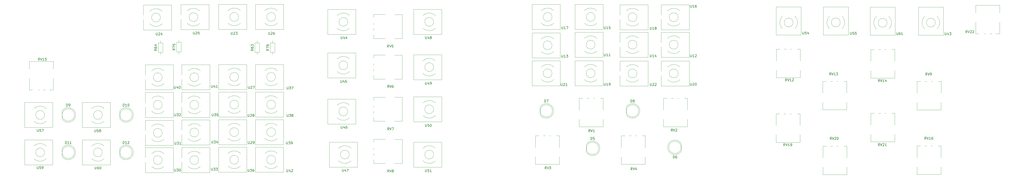
<source format=gto>
G04 #@! TF.GenerationSoftware,KiCad,Pcbnew,(5.1.10)-1*
G04 #@! TF.CreationDate,2022-02-04T18:39:41-05:00*
G04 #@! TF.ProjectId,Utility_board,5574696c-6974-4795-9f62-6f6172642e6b,rev?*
G04 #@! TF.SameCoordinates,Original*
G04 #@! TF.FileFunction,Legend,Top*
G04 #@! TF.FilePolarity,Positive*
%FSLAX46Y46*%
G04 Gerber Fmt 4.6, Leading zero omitted, Abs format (unit mm)*
G04 Created by KiCad (PCBNEW (5.1.10)-1) date 2022-02-04 18:39:41*
%MOMM*%
%LPD*%
G01*
G04 APERTURE LIST*
%ADD10C,0.120000*%
%ADD11C,0.150000*%
%ADD12C,1.400000*%
%ADD13O,1.400000X1.400000*%
%ADD14O,2.500000X4.000000*%
%ADD15R,1.050000X1.500000*%
%ADD16O,1.050000X1.500000*%
%ADD17C,1.600000*%
%ADD18R,1.600000X1.600000*%
%ADD19O,1.500000X1.500000*%
%ADD20R,1.500000X1.500000*%
%ADD21C,1.800000*%
%ADD22R,1.800000X1.800000*%
%ADD23C,1.700000*%
%ADD24O,1.600000X1.600000*%
%ADD25C,3.240000*%
%ADD26O,4.000000X2.500000*%
G04 APERTURE END LIST*
D10*
X42055051Y-73152000D02*
G75*
G03*
X42055051Y-73152000I-1796051J0D01*
G01*
X33909000Y-68072000D02*
X33909000Y-78232000D01*
X33909000Y-78232000D02*
X45339000Y-78232000D01*
X45339000Y-78232000D02*
X45339000Y-68072000D01*
X45339000Y-68072000D02*
X33909000Y-68072000D01*
X42798999Y-75691999D02*
G75*
G02*
X37719001Y-75691999I-2539999J2539999D01*
G01*
X37719001Y-70612001D02*
G75*
G02*
X42798999Y-70612001I2539999J-2539999D01*
G01*
X262362000Y-85196000D02*
X262362000Y-88286000D01*
X267422000Y-86741000D02*
G75*
G03*
X267422000Y-86741000I-2500000J0D01*
G01*
X267912000Y-86740538D02*
G75*
G02*
X262362000Y-88285830I-2990000J-462D01*
G01*
X267912000Y-86741462D02*
G75*
G03*
X262362000Y-85196170I-2990000J462D01*
G01*
X300950000Y-86360000D02*
G75*
G03*
X300950000Y-86360000I-2500000J0D01*
G01*
X301010000Y-87905000D02*
X301010000Y-84815000D01*
X295460000Y-86359538D02*
G75*
G03*
X301010000Y-87904830I2990000J-462D01*
G01*
X295460000Y-86360462D02*
G75*
G02*
X301010000Y-84815170I2990000J462D01*
G01*
X243566000Y-69956000D02*
X243566000Y-73046000D01*
X248626000Y-71501000D02*
G75*
G03*
X248626000Y-71501000I-2500000J0D01*
G01*
X249116000Y-71500538D02*
G75*
G02*
X243566000Y-73045830I-2990000J-462D01*
G01*
X249116000Y-71501462D02*
G75*
G03*
X243566000Y-69956170I-2990000J462D01*
G01*
X283678000Y-71501000D02*
G75*
G03*
X283678000Y-71501000I-2500000J0D01*
G01*
X278618000Y-69956000D02*
X278618000Y-73046000D01*
X284168000Y-71501462D02*
G75*
G03*
X278618000Y-69956170I-2990000J462D01*
G01*
X284168000Y-71500538D02*
G75*
G02*
X278618000Y-73045830I-2990000J-462D01*
G01*
X54189000Y-73152000D02*
G75*
G03*
X54189000Y-73152000I-2500000J0D01*
G01*
X49129000Y-71607000D02*
X49129000Y-74697000D01*
X54679000Y-73152462D02*
G75*
G03*
X49129000Y-71607170I-2990000J462D01*
G01*
X54679000Y-73151538D02*
G75*
G02*
X49129000Y-74696830I-2990000J-462D01*
G01*
X72624000Y-71607000D02*
X72624000Y-74697000D01*
X77684000Y-73152000D02*
G75*
G03*
X77684000Y-73152000I-2500000J0D01*
G01*
X78174000Y-73151538D02*
G75*
G02*
X72624000Y-74696830I-2990000J-462D01*
G01*
X78174000Y-73152462D02*
G75*
G03*
X72624000Y-71607170I-2990000J462D01*
G01*
X49129000Y-86847000D02*
X49129000Y-89937000D01*
X54189000Y-88392000D02*
G75*
G03*
X54189000Y-88392000I-2500000J0D01*
G01*
X54679000Y-88391538D02*
G75*
G02*
X49129000Y-89936830I-2990000J-462D01*
G01*
X54679000Y-88392462D02*
G75*
G03*
X49129000Y-86847170I-2990000J462D01*
G01*
X77684000Y-88392000D02*
G75*
G03*
X77684000Y-88392000I-2500000J0D01*
G01*
X72624000Y-86847000D02*
X72624000Y-89937000D01*
X78174000Y-88392462D02*
G75*
G03*
X72624000Y-86847170I-2990000J462D01*
G01*
X78174000Y-88391538D02*
G75*
G02*
X72624000Y-89936830I-2990000J-462D01*
G01*
X269227000Y-39497000D02*
X257797000Y-39497000D01*
X269227000Y-49657000D02*
X269227000Y-39497000D01*
X257797000Y-49657000D02*
X269227000Y-49657000D01*
X257797000Y-39497000D02*
X257797000Y-49657000D01*
X265943051Y-44577000D02*
G75*
G03*
X265943051Y-44577000I-1796051J0D01*
G01*
X261607001Y-42037001D02*
G75*
G02*
X266686999Y-42037001I2539999J-2539999D01*
G01*
X266686999Y-47116999D02*
G75*
G02*
X261607001Y-47116999I-2539999J2539999D01*
G01*
X299738051Y-44577000D02*
G75*
G03*
X299738051Y-44577000I-1796051J0D01*
G01*
X304292000Y-49657000D02*
X304292000Y-39497000D01*
X304292000Y-39497000D02*
X292862000Y-39497000D01*
X292862000Y-39497000D02*
X292862000Y-49657000D01*
X292862000Y-49657000D02*
X304292000Y-49657000D01*
X295402001Y-42037001D02*
G75*
G02*
X300481999Y-42037001I2539999J-2539999D01*
G01*
X300481999Y-47116999D02*
G75*
G02*
X295402001Y-47116999I-2539999J2539999D01*
G01*
X251727000Y-39751000D02*
X240297000Y-39751000D01*
X251727000Y-49911000D02*
X251727000Y-39751000D01*
X240297000Y-49911000D02*
X251727000Y-49911000D01*
X240297000Y-39751000D02*
X240297000Y-49911000D01*
X248443051Y-44831000D02*
G75*
G03*
X248443051Y-44831000I-1796051J0D01*
G01*
X244107001Y-42291001D02*
G75*
G02*
X249186999Y-42291001I2539999J-2539999D01*
G01*
X249186999Y-47370999D02*
G75*
G02*
X244107001Y-47370999I-2539999J2539999D01*
G01*
X282974051Y-44577000D02*
G75*
G03*
X282974051Y-44577000I-1796051J0D01*
G01*
X287528000Y-49657000D02*
X287528000Y-39497000D01*
X287528000Y-39497000D02*
X276098000Y-39497000D01*
X276098000Y-39497000D02*
X276098000Y-49657000D01*
X276098000Y-49657000D02*
X287528000Y-49657000D01*
X278638001Y-42037001D02*
G75*
G02*
X283717999Y-42037001I2539999J-2539999D01*
G01*
X283717999Y-47116999D02*
G75*
G02*
X278638001Y-47116999I-2539999J2539999D01*
G01*
X265943051Y-33295000D02*
G75*
G03*
X265943051Y-33295000I-1796051J0D01*
G01*
X257797000Y-28215000D02*
X257797000Y-38375000D01*
X257797000Y-38375000D02*
X269227000Y-38375000D01*
X269227000Y-38375000D02*
X269227000Y-28215000D01*
X269227000Y-28215000D02*
X257797000Y-28215000D01*
X266686999Y-35834999D02*
G75*
G02*
X261607001Y-35834999I-2539999J2539999D01*
G01*
X261607001Y-30755001D02*
G75*
G02*
X266686999Y-30755001I2539999J-2539999D01*
G01*
X299738051Y-33401000D02*
G75*
G03*
X299738051Y-33401000I-1796051J0D01*
G01*
X304292000Y-38481000D02*
X304292000Y-28321000D01*
X304292000Y-28321000D02*
X292862000Y-28321000D01*
X292862000Y-28321000D02*
X292862000Y-38481000D01*
X292862000Y-38481000D02*
X304292000Y-38481000D01*
X295402001Y-30861001D02*
G75*
G02*
X300481999Y-30861001I2539999J-2539999D01*
G01*
X300481999Y-35940999D02*
G75*
G02*
X295402001Y-35940999I-2539999J2539999D01*
G01*
X248443051Y-33295000D02*
G75*
G03*
X248443051Y-33295000I-1796051J0D01*
G01*
X240297000Y-28215000D02*
X240297000Y-38375000D01*
X240297000Y-38375000D02*
X251727000Y-38375000D01*
X251727000Y-38375000D02*
X251727000Y-28215000D01*
X251727000Y-28215000D02*
X240297000Y-28215000D01*
X249186999Y-35834999D02*
G75*
G02*
X244107001Y-35834999I-2539999J2539999D01*
G01*
X244107001Y-30755001D02*
G75*
G02*
X249186999Y-30755001I2539999J-2539999D01*
G01*
X276098000Y-38481000D02*
X287528000Y-38481000D01*
X276098000Y-28321000D02*
X276098000Y-38481000D01*
X287528000Y-28321000D02*
X276098000Y-28321000D01*
X287528000Y-38481000D02*
X287528000Y-28321000D01*
X282974051Y-33401000D02*
G75*
G03*
X282974051Y-33401000I-1796051J0D01*
G01*
X283717999Y-35940999D02*
G75*
G02*
X278638001Y-35940999I-2539999J2539999D01*
G01*
X278638001Y-30861001D02*
G75*
G02*
X283717999Y-30861001I2539999J-2539999D01*
G01*
X265943051Y-56211000D02*
G75*
G03*
X265943051Y-56211000I-1796051J0D01*
G01*
X257797000Y-51131000D02*
X257797000Y-61291000D01*
X257797000Y-61291000D02*
X269227000Y-61291000D01*
X269227000Y-61291000D02*
X269227000Y-51131000D01*
X269227000Y-51131000D02*
X257797000Y-51131000D01*
X266686999Y-58750999D02*
G75*
G02*
X261607001Y-58750999I-2539999J2539999D01*
G01*
X261607001Y-53671001D02*
G75*
G02*
X266686999Y-53671001I2539999J-2539999D01*
G01*
X292862000Y-61341000D02*
X304292000Y-61341000D01*
X292862000Y-51181000D02*
X292862000Y-61341000D01*
X304292000Y-51181000D02*
X292862000Y-51181000D01*
X304292000Y-61341000D02*
X304292000Y-51181000D01*
X299738051Y-56261000D02*
G75*
G03*
X299738051Y-56261000I-1796051J0D01*
G01*
X300481999Y-58800999D02*
G75*
G02*
X295402001Y-58800999I-2539999J2539999D01*
G01*
X295402001Y-53721001D02*
G75*
G02*
X300481999Y-53721001I2539999J-2539999D01*
G01*
X251727000Y-51131000D02*
X240297000Y-51131000D01*
X251727000Y-61291000D02*
X251727000Y-51131000D01*
X240297000Y-61291000D02*
X251727000Y-61291000D01*
X240297000Y-51131000D02*
X240297000Y-61291000D01*
X248443051Y-56211000D02*
G75*
G03*
X248443051Y-56211000I-1796051J0D01*
G01*
X244107001Y-53671001D02*
G75*
G02*
X249186999Y-53671001I2539999J-2539999D01*
G01*
X249186999Y-58750999D02*
G75*
G02*
X244107001Y-58750999I-2539999J2539999D01*
G01*
X276098000Y-61341000D02*
X287528000Y-61341000D01*
X276098000Y-51181000D02*
X276098000Y-61341000D01*
X287528000Y-51181000D02*
X276098000Y-51181000D01*
X287528000Y-61341000D02*
X287528000Y-51181000D01*
X282974051Y-56261000D02*
G75*
G03*
X282974051Y-56261000I-1796051J0D01*
G01*
X283717999Y-58800999D02*
G75*
G02*
X278638001Y-58800999I-2539999J2539999D01*
G01*
X278638001Y-53721001D02*
G75*
G02*
X283717999Y-53721001I2539999J-2539999D01*
G01*
X124271000Y-28215000D02*
X112841000Y-28215000D01*
X124271000Y-38375000D02*
X124271000Y-28215000D01*
X112841000Y-38375000D02*
X124271000Y-38375000D01*
X112841000Y-28215000D02*
X112841000Y-38375000D01*
X120987051Y-33295000D02*
G75*
G03*
X120987051Y-33295000I-1796051J0D01*
G01*
X116651001Y-30755001D02*
G75*
G02*
X121730999Y-30755001I2539999J-2539999D01*
G01*
X121730999Y-35834999D02*
G75*
G02*
X116651001Y-35834999I-2539999J2539999D01*
G01*
X89172051Y-33540000D02*
G75*
G03*
X89172051Y-33540000I-1796051J0D01*
G01*
X93726000Y-38620000D02*
X93726000Y-28460000D01*
X93726000Y-28460000D02*
X82296000Y-28460000D01*
X82296000Y-28460000D02*
X82296000Y-38620000D01*
X82296000Y-38620000D02*
X93726000Y-38620000D01*
X84836001Y-31000001D02*
G75*
G02*
X89915999Y-31000001I2539999J-2539999D01*
G01*
X89915999Y-36079999D02*
G75*
G02*
X84836001Y-36079999I-2539999J2539999D01*
G01*
X104412051Y-33380000D02*
G75*
G03*
X104412051Y-33380000I-1796051J0D01*
G01*
X108966000Y-38460000D02*
X108966000Y-28300000D01*
X108966000Y-28300000D02*
X97536000Y-28300000D01*
X97536000Y-28300000D02*
X97536000Y-38460000D01*
X97536000Y-38460000D02*
X108966000Y-38460000D01*
X100076001Y-30840001D02*
G75*
G02*
X105155999Y-30840001I2539999J-2539999D01*
G01*
X105155999Y-35919999D02*
G75*
G02*
X100076001Y-35919999I-2539999J2539999D01*
G01*
X135987051Y-33295000D02*
G75*
G03*
X135987051Y-33295000I-1796051J0D01*
G01*
X127841000Y-28215000D02*
X127841000Y-38375000D01*
X127841000Y-38375000D02*
X139271000Y-38375000D01*
X139271000Y-38375000D02*
X139271000Y-28215000D01*
X139271000Y-28215000D02*
X127841000Y-28215000D01*
X136730999Y-35834999D02*
G75*
G02*
X131651001Y-35834999I-2539999J2539999D01*
G01*
X131651001Y-30755001D02*
G75*
G02*
X136730999Y-30755001I2539999J-2539999D01*
G01*
X120987051Y-57700000D02*
G75*
G03*
X120987051Y-57700000I-1796051J0D01*
G01*
X112841000Y-52620000D02*
X112841000Y-62780000D01*
X112841000Y-62780000D02*
X124271000Y-62780000D01*
X124271000Y-62780000D02*
X124271000Y-52620000D01*
X124271000Y-52620000D02*
X112841000Y-52620000D01*
X121730999Y-60239999D02*
G75*
G02*
X116651001Y-60239999I-2539999J2539999D01*
G01*
X116651001Y-55160001D02*
G75*
G02*
X121730999Y-55160001I2539999J-2539999D01*
G01*
X124271000Y-63850000D02*
X112841000Y-63850000D01*
X124271000Y-74010000D02*
X124271000Y-63850000D01*
X112841000Y-74010000D02*
X124271000Y-74010000D01*
X112841000Y-63850000D02*
X112841000Y-74010000D01*
X120987051Y-68930000D02*
G75*
G03*
X120987051Y-68930000I-1796051J0D01*
G01*
X116651001Y-66390001D02*
G75*
G02*
X121730999Y-66390001I2539999J-2539999D01*
G01*
X121730999Y-71469999D02*
G75*
G02*
X116651001Y-71469999I-2539999J2539999D01*
G01*
X120987051Y-80160000D02*
G75*
G03*
X120987051Y-80160000I-1796051J0D01*
G01*
X112841000Y-75080000D02*
X112841000Y-85240000D01*
X112841000Y-85240000D02*
X124271000Y-85240000D01*
X124271000Y-85240000D02*
X124271000Y-75080000D01*
X124271000Y-75080000D02*
X112841000Y-75080000D01*
X121730999Y-82699999D02*
G75*
G02*
X116651001Y-82699999I-2539999J2539999D01*
G01*
X116651001Y-77620001D02*
G75*
G02*
X121730999Y-77620001I2539999J-2539999D01*
G01*
X83021000Y-96605000D02*
X94451000Y-96605000D01*
X83021000Y-86445000D02*
X83021000Y-96605000D01*
X94451000Y-86445000D02*
X83021000Y-86445000D01*
X94451000Y-96605000D02*
X94451000Y-86445000D01*
X89897051Y-91525000D02*
G75*
G03*
X89897051Y-91525000I-1796051J0D01*
G01*
X90640999Y-94064999D02*
G75*
G02*
X85561001Y-94064999I-2539999J2539999D01*
G01*
X85561001Y-88985001D02*
G75*
G02*
X90640999Y-88985001I2539999J-2539999D01*
G01*
X89897051Y-80455000D02*
G75*
G03*
X89897051Y-80455000I-1796051J0D01*
G01*
X94451000Y-85535000D02*
X94451000Y-75375000D01*
X94451000Y-75375000D02*
X83021000Y-75375000D01*
X83021000Y-75375000D02*
X83021000Y-85535000D01*
X83021000Y-85535000D02*
X94451000Y-85535000D01*
X85561001Y-77915001D02*
G75*
G02*
X90640999Y-77915001I2539999J-2539999D01*
G01*
X90640999Y-82994999D02*
G75*
G02*
X85561001Y-82994999I-2539999J2539999D01*
G01*
X83021000Y-74145000D02*
X94451000Y-74145000D01*
X83021000Y-63985000D02*
X83021000Y-74145000D01*
X94451000Y-63985000D02*
X83021000Y-63985000D01*
X94451000Y-74145000D02*
X94451000Y-63985000D01*
X89897051Y-69065000D02*
G75*
G03*
X89897051Y-69065000I-1796051J0D01*
G01*
X90640999Y-71604999D02*
G75*
G02*
X85561001Y-71604999I-2539999J2539999D01*
G01*
X85561001Y-66525001D02*
G75*
G02*
X90640999Y-66525001I2539999J-2539999D01*
G01*
X97866000Y-96605000D02*
X109296000Y-96605000D01*
X97866000Y-86445000D02*
X97866000Y-96605000D01*
X109296000Y-86445000D02*
X97866000Y-86445000D01*
X109296000Y-96605000D02*
X109296000Y-86445000D01*
X104742051Y-91525000D02*
G75*
G03*
X104742051Y-91525000I-1796051J0D01*
G01*
X105485999Y-94064999D02*
G75*
G02*
X100406001Y-94064999I-2539999J2539999D01*
G01*
X100406001Y-88985001D02*
G75*
G02*
X105485999Y-88985001I2539999J-2539999D01*
G01*
X104742051Y-80295000D02*
G75*
G03*
X104742051Y-80295000I-1796051J0D01*
G01*
X109296000Y-85375000D02*
X109296000Y-75215000D01*
X109296000Y-75215000D02*
X97866000Y-75215000D01*
X97866000Y-75215000D02*
X97866000Y-85375000D01*
X97866000Y-85375000D02*
X109296000Y-85375000D01*
X100406001Y-77755001D02*
G75*
G02*
X105485999Y-77755001I2539999J-2539999D01*
G01*
X105485999Y-82834999D02*
G75*
G02*
X100406001Y-82834999I-2539999J2539999D01*
G01*
X97866000Y-74145000D02*
X109296000Y-74145000D01*
X97866000Y-63985000D02*
X97866000Y-74145000D01*
X109296000Y-63985000D02*
X97866000Y-63985000D01*
X109296000Y-74145000D02*
X109296000Y-63985000D01*
X104742051Y-69065000D02*
G75*
G03*
X104742051Y-69065000I-1796051J0D01*
G01*
X105485999Y-71604999D02*
G75*
G02*
X100406001Y-71604999I-2539999J2539999D01*
G01*
X100406001Y-66525001D02*
G75*
G02*
X105485999Y-66525001I2539999J-2539999D01*
G01*
X124271000Y-86310000D02*
X112841000Y-86310000D01*
X124271000Y-96470000D02*
X124271000Y-86310000D01*
X112841000Y-96470000D02*
X124271000Y-96470000D01*
X112841000Y-86310000D02*
X112841000Y-96470000D01*
X120987051Y-91390000D02*
G75*
G03*
X120987051Y-91390000I-1796051J0D01*
G01*
X116651001Y-88850001D02*
G75*
G02*
X121730999Y-88850001I2539999J-2539999D01*
G01*
X121730999Y-93929999D02*
G75*
G02*
X116651001Y-93929999I-2539999J2539999D01*
G01*
X139271000Y-52620000D02*
X127841000Y-52620000D01*
X139271000Y-62780000D02*
X139271000Y-52620000D01*
X127841000Y-62780000D02*
X139271000Y-62780000D01*
X127841000Y-52620000D02*
X127841000Y-62780000D01*
X135987051Y-57700000D02*
G75*
G03*
X135987051Y-57700000I-1796051J0D01*
G01*
X131651001Y-55160001D02*
G75*
G02*
X136730999Y-55160001I2539999J-2539999D01*
G01*
X136730999Y-60239999D02*
G75*
G02*
X131651001Y-60239999I-2539999J2539999D01*
G01*
X135987051Y-68930000D02*
G75*
G03*
X135987051Y-68930000I-1796051J0D01*
G01*
X127841000Y-63850000D02*
X127841000Y-74010000D01*
X127841000Y-74010000D02*
X139271000Y-74010000D01*
X139271000Y-74010000D02*
X139271000Y-63850000D01*
X139271000Y-63850000D02*
X127841000Y-63850000D01*
X136730999Y-71469999D02*
G75*
G02*
X131651001Y-71469999I-2539999J2539999D01*
G01*
X131651001Y-66390001D02*
G75*
G02*
X136730999Y-66390001I2539999J-2539999D01*
G01*
X139271000Y-75080000D02*
X127841000Y-75080000D01*
X139271000Y-85240000D02*
X139271000Y-75080000D01*
X127841000Y-85240000D02*
X139271000Y-85240000D01*
X127841000Y-75080000D02*
X127841000Y-85240000D01*
X135987051Y-80160000D02*
G75*
G03*
X135987051Y-80160000I-1796051J0D01*
G01*
X131651001Y-77620001D02*
G75*
G02*
X136730999Y-77620001I2539999J-2539999D01*
G01*
X136730999Y-82699999D02*
G75*
G02*
X131651001Y-82699999I-2539999J2539999D01*
G01*
X89897051Y-57835000D02*
G75*
G03*
X89897051Y-57835000I-1796051J0D01*
G01*
X94451000Y-62915000D02*
X94451000Y-52755000D01*
X94451000Y-52755000D02*
X83021000Y-52755000D01*
X83021000Y-52755000D02*
X83021000Y-62915000D01*
X83021000Y-62915000D02*
X94451000Y-62915000D01*
X85561001Y-55295001D02*
G75*
G02*
X90640999Y-55295001I2539999J-2539999D01*
G01*
X90640999Y-60374999D02*
G75*
G02*
X85561001Y-60374999I-2539999J2539999D01*
G01*
X97866000Y-62915000D02*
X109296000Y-62915000D01*
X97866000Y-52755000D02*
X97866000Y-62915000D01*
X109296000Y-52755000D02*
X97866000Y-52755000D01*
X109296000Y-62915000D02*
X109296000Y-52755000D01*
X104742051Y-57835000D02*
G75*
G03*
X104742051Y-57835000I-1796051J0D01*
G01*
X105485999Y-60374999D02*
G75*
G02*
X100406001Y-60374999I-2539999J2539999D01*
G01*
X100406001Y-55295001D02*
G75*
G02*
X105485999Y-55295001I2539999J-2539999D01*
G01*
X135987051Y-91390000D02*
G75*
G03*
X135987051Y-91390000I-1796051J0D01*
G01*
X127841000Y-86310000D02*
X127841000Y-96470000D01*
X127841000Y-96470000D02*
X139271000Y-96470000D01*
X139271000Y-96470000D02*
X139271000Y-86310000D01*
X139271000Y-86310000D02*
X127841000Y-86310000D01*
X136730999Y-93929999D02*
G75*
G02*
X131651001Y-93929999I-2539999J2539999D01*
G01*
X131651001Y-88850001D02*
G75*
G02*
X136730999Y-88850001I2539999J-2539999D01*
G01*
X168656000Y-30226000D02*
X157226000Y-30226000D01*
X168656000Y-40386000D02*
X168656000Y-30226000D01*
X157226000Y-40386000D02*
X168656000Y-40386000D01*
X157226000Y-30226000D02*
X157226000Y-40386000D01*
X165372051Y-35306000D02*
G75*
G03*
X165372051Y-35306000I-1796051J0D01*
G01*
X161036001Y-32766001D02*
G75*
G02*
X166115999Y-32766001I2539999J-2539999D01*
G01*
X166115999Y-37845999D02*
G75*
G02*
X161036001Y-37845999I-2539999J2539999D01*
G01*
X165372051Y-52959000D02*
G75*
G03*
X165372051Y-52959000I-1796051J0D01*
G01*
X157226000Y-47879000D02*
X157226000Y-58039000D01*
X157226000Y-58039000D02*
X168656000Y-58039000D01*
X168656000Y-58039000D02*
X168656000Y-47879000D01*
X168656000Y-47879000D02*
X157226000Y-47879000D01*
X166115999Y-55498999D02*
G75*
G02*
X161036001Y-55498999I-2539999J2539999D01*
G01*
X161036001Y-50419001D02*
G75*
G02*
X166115999Y-50419001I2539999J-2539999D01*
G01*
X168656000Y-66675000D02*
X157226000Y-66675000D01*
X168656000Y-76835000D02*
X168656000Y-66675000D01*
X157226000Y-76835000D02*
X168656000Y-76835000D01*
X157226000Y-66675000D02*
X157226000Y-76835000D01*
X165372051Y-71755000D02*
G75*
G03*
X165372051Y-71755000I-1796051J0D01*
G01*
X161036001Y-69215001D02*
G75*
G02*
X166115999Y-69215001I2539999J-2539999D01*
G01*
X166115999Y-74294999D02*
G75*
G02*
X161036001Y-74294999I-2539999J2539999D01*
G01*
X169291000Y-84201000D02*
X157861000Y-84201000D01*
X169291000Y-94361000D02*
X169291000Y-84201000D01*
X157861000Y-94361000D02*
X169291000Y-94361000D01*
X157861000Y-84201000D02*
X157861000Y-94361000D01*
X166007051Y-89281000D02*
G75*
G03*
X166007051Y-89281000I-1796051J0D01*
G01*
X161671001Y-86741001D02*
G75*
G02*
X166750999Y-86741001I2539999J-2539999D01*
G01*
X166750999Y-91820999D02*
G75*
G02*
X161671001Y-91820999I-2539999J2539999D01*
G01*
X203581000Y-30226000D02*
X192151000Y-30226000D01*
X203581000Y-40386000D02*
X203581000Y-30226000D01*
X192151000Y-40386000D02*
X203581000Y-40386000D01*
X192151000Y-30226000D02*
X192151000Y-40386000D01*
X200297051Y-35306000D02*
G75*
G03*
X200297051Y-35306000I-1796051J0D01*
G01*
X195961001Y-32766001D02*
G75*
G02*
X201040999Y-32766001I2539999J-2539999D01*
G01*
X201040999Y-37845999D02*
G75*
G02*
X195961001Y-37845999I-2539999J2539999D01*
G01*
X200297051Y-53721000D02*
G75*
G03*
X200297051Y-53721000I-1796051J0D01*
G01*
X192151000Y-48641000D02*
X192151000Y-58801000D01*
X192151000Y-58801000D02*
X203581000Y-58801000D01*
X203581000Y-58801000D02*
X203581000Y-48641000D01*
X203581000Y-48641000D02*
X192151000Y-48641000D01*
X201040999Y-56260999D02*
G75*
G02*
X195961001Y-56260999I-2539999J2539999D01*
G01*
X195961001Y-51181001D02*
G75*
G02*
X201040999Y-51181001I2539999J-2539999D01*
G01*
X200297051Y-70866000D02*
G75*
G03*
X200297051Y-70866000I-1796051J0D01*
G01*
X192151000Y-65786000D02*
X192151000Y-75946000D01*
X192151000Y-75946000D02*
X203581000Y-75946000D01*
X203581000Y-75946000D02*
X203581000Y-65786000D01*
X203581000Y-65786000D02*
X192151000Y-65786000D01*
X201040999Y-73405999D02*
G75*
G02*
X195961001Y-73405999I-2539999J2539999D01*
G01*
X195961001Y-68326001D02*
G75*
G02*
X201040999Y-68326001I2539999J-2539999D01*
G01*
X200297051Y-89281000D02*
G75*
G03*
X200297051Y-89281000I-1796051J0D01*
G01*
X192151000Y-84201000D02*
X192151000Y-94361000D01*
X192151000Y-94361000D02*
X203581000Y-94361000D01*
X203581000Y-94361000D02*
X203581000Y-84201000D01*
X203581000Y-84201000D02*
X192151000Y-84201000D01*
X201040999Y-91820999D02*
G75*
G02*
X195961001Y-91820999I-2539999J2539999D01*
G01*
X195961001Y-86741001D02*
G75*
G02*
X201040999Y-86741001I2539999J-2539999D01*
G01*
X68834000Y-68072000D02*
X57404000Y-68072000D01*
X68834000Y-78232000D02*
X68834000Y-68072000D01*
X57404000Y-78232000D02*
X68834000Y-78232000D01*
X57404000Y-68072000D02*
X57404000Y-78232000D01*
X65550051Y-73152000D02*
G75*
G03*
X65550051Y-73152000I-1796051J0D01*
G01*
X61214001Y-70612001D02*
G75*
G02*
X66293999Y-70612001I2539999J-2539999D01*
G01*
X66293999Y-75691999D02*
G75*
G02*
X61214001Y-75691999I-2539999J2539999D01*
G01*
X42055051Y-88392000D02*
G75*
G03*
X42055051Y-88392000I-1796051J0D01*
G01*
X33909000Y-83312000D02*
X33909000Y-93472000D01*
X33909000Y-93472000D02*
X45339000Y-93472000D01*
X45339000Y-93472000D02*
X45339000Y-83312000D01*
X45339000Y-83312000D02*
X33909000Y-83312000D01*
X42798999Y-90931999D02*
G75*
G02*
X37719001Y-90931999I-2539999J2539999D01*
G01*
X37719001Y-85852001D02*
G75*
G02*
X42798999Y-85852001I2539999J-2539999D01*
G01*
X68834000Y-83312000D02*
X57404000Y-83312000D01*
X68834000Y-93472000D02*
X68834000Y-83312000D01*
X57404000Y-93472000D02*
X68834000Y-93472000D01*
X57404000Y-83312000D02*
X57404000Y-93472000D01*
X65550051Y-88392000D02*
G75*
G03*
X65550051Y-88392000I-1796051J0D01*
G01*
X61214001Y-85852001D02*
G75*
G02*
X66293999Y-85852001I2539999J-2539999D01*
G01*
X66293999Y-90931999D02*
G75*
G02*
X61214001Y-90931999I-2539999J2539999D01*
G01*
X187476000Y-42041000D02*
X187476000Y-32301000D01*
X175886000Y-42041000D02*
X175886000Y-40551000D01*
X184416000Y-42041000D02*
X187476000Y-42041000D01*
X175886000Y-32291000D02*
X180606000Y-32291000D01*
X184416000Y-32301000D02*
X187476000Y-32301000D01*
X175886000Y-42041000D02*
X180606000Y-42041000D01*
X175886000Y-33481000D02*
X175886000Y-32301000D01*
X175886000Y-36381000D02*
X175886000Y-35851000D01*
X175886000Y-38831000D02*
X175886000Y-38001000D01*
X175886000Y-55341000D02*
X175886000Y-54511000D01*
X175886000Y-52891000D02*
X175886000Y-52361000D01*
X175886000Y-49991000D02*
X175886000Y-48811000D01*
X175886000Y-58551000D02*
X180606000Y-58551000D01*
X184416000Y-48811000D02*
X187476000Y-48811000D01*
X175886000Y-48801000D02*
X180606000Y-48801000D01*
X184416000Y-58551000D02*
X187476000Y-58551000D01*
X175886000Y-58551000D02*
X175886000Y-57061000D01*
X187476000Y-58551000D02*
X187476000Y-48811000D01*
X175886000Y-72486000D02*
X175886000Y-71656000D01*
X175886000Y-70036000D02*
X175886000Y-69506000D01*
X175886000Y-67136000D02*
X175886000Y-65956000D01*
X175886000Y-75696000D02*
X180606000Y-75696000D01*
X184416000Y-65956000D02*
X187476000Y-65956000D01*
X175886000Y-65946000D02*
X180606000Y-65946000D01*
X184416000Y-75696000D02*
X187476000Y-75696000D01*
X175886000Y-75696000D02*
X175886000Y-74206000D01*
X187476000Y-75696000D02*
X187476000Y-65956000D01*
X187476000Y-92841000D02*
X187476000Y-83101000D01*
X175886000Y-92841000D02*
X175886000Y-91351000D01*
X184416000Y-92841000D02*
X187476000Y-92841000D01*
X175886000Y-83091000D02*
X180606000Y-83091000D01*
X184416000Y-83101000D02*
X187476000Y-83101000D01*
X175886000Y-92841000D02*
X180606000Y-92841000D01*
X175886000Y-84281000D02*
X175886000Y-83101000D01*
X175886000Y-87181000D02*
X175886000Y-86651000D01*
X175886000Y-89631000D02*
X175886000Y-88801000D01*
X45597000Y-51411000D02*
X35857000Y-51411000D01*
X45597000Y-63001000D02*
X44107000Y-63001000D01*
X45597000Y-54471000D02*
X45597000Y-51411000D01*
X35847000Y-63001000D02*
X35847000Y-58281000D01*
X35857000Y-54471000D02*
X35857000Y-51411000D01*
X45597000Y-63001000D02*
X45597000Y-58281000D01*
X37037000Y-63001000D02*
X35857000Y-63001000D01*
X39937000Y-63001000D02*
X39407000Y-63001000D01*
X42387000Y-63001000D02*
X41557000Y-63001000D01*
X259457000Y-78002000D02*
X269197000Y-78002000D01*
X259457000Y-66412000D02*
X260947000Y-66412000D01*
X259457000Y-74942000D02*
X259457000Y-78002000D01*
X269207000Y-66412000D02*
X269207000Y-71132000D01*
X269197000Y-74942000D02*
X269197000Y-78002000D01*
X259457000Y-66412000D02*
X259457000Y-71132000D01*
X268017000Y-66412000D02*
X269197000Y-66412000D01*
X265117000Y-66412000D02*
X265647000Y-66412000D01*
X262667000Y-66412000D02*
X263497000Y-66412000D01*
X293747000Y-78002000D02*
X303487000Y-78002000D01*
X293747000Y-66412000D02*
X295237000Y-66412000D01*
X293747000Y-74942000D02*
X293747000Y-78002000D01*
X303497000Y-66412000D02*
X303497000Y-71132000D01*
X303487000Y-74942000D02*
X303487000Y-78002000D01*
X293747000Y-66412000D02*
X293747000Y-71132000D01*
X302307000Y-66412000D02*
X303487000Y-66412000D01*
X299407000Y-66412000D02*
X299937000Y-66412000D01*
X296957000Y-66412000D02*
X297787000Y-66412000D01*
X244887000Y-81652000D02*
X245717000Y-81652000D01*
X247337000Y-81652000D02*
X247867000Y-81652000D01*
X250237000Y-81652000D02*
X251417000Y-81652000D01*
X241677000Y-81652000D02*
X241677000Y-86372000D01*
X251417000Y-90182000D02*
X251417000Y-93242000D01*
X251427000Y-81652000D02*
X251427000Y-86372000D01*
X241677000Y-90182000D02*
X241677000Y-93242000D01*
X241677000Y-81652000D02*
X243167000Y-81652000D01*
X241677000Y-93242000D02*
X251417000Y-93242000D01*
X279812000Y-81652000D02*
X280642000Y-81652000D01*
X282262000Y-81652000D02*
X282792000Y-81652000D01*
X285162000Y-81652000D02*
X286342000Y-81652000D01*
X276602000Y-81652000D02*
X276602000Y-86372000D01*
X286342000Y-90182000D02*
X286342000Y-93242000D01*
X286352000Y-81652000D02*
X286352000Y-86372000D01*
X276602000Y-90182000D02*
X276602000Y-93242000D01*
X276602000Y-81652000D02*
X278092000Y-81652000D01*
X276602000Y-93242000D02*
X286342000Y-93242000D01*
X396920500Y-71137000D02*
X406660500Y-71137000D01*
X396920500Y-59547000D02*
X398410500Y-59547000D01*
X396920500Y-68077000D02*
X396920500Y-71137000D01*
X406670500Y-59547000D02*
X406670500Y-64267000D01*
X406660500Y-68077000D02*
X406660500Y-71137000D01*
X396920500Y-59547000D02*
X396920500Y-64267000D01*
X405480500Y-59547000D02*
X406660500Y-59547000D01*
X402580500Y-59547000D02*
X403110500Y-59547000D01*
X400130500Y-59547000D02*
X400960500Y-59547000D01*
X342853500Y-46402500D02*
X343683500Y-46402500D01*
X345303500Y-46402500D02*
X345833500Y-46402500D01*
X348203500Y-46402500D02*
X349383500Y-46402500D01*
X339643500Y-46402500D02*
X339643500Y-51122500D01*
X349383500Y-54932500D02*
X349383500Y-57992500D01*
X349393500Y-46402500D02*
X349393500Y-51122500D01*
X339643500Y-54932500D02*
X339643500Y-57992500D01*
X339643500Y-46402500D02*
X341133500Y-46402500D01*
X339643500Y-57992500D02*
X349383500Y-57992500D01*
X361724500Y-59483500D02*
X362554500Y-59483500D01*
X364174500Y-59483500D02*
X364704500Y-59483500D01*
X367074500Y-59483500D02*
X368254500Y-59483500D01*
X358514500Y-59483500D02*
X358514500Y-64203500D01*
X368254500Y-68013500D02*
X368254500Y-71073500D01*
X368264500Y-59483500D02*
X368264500Y-64203500D01*
X358514500Y-68013500D02*
X358514500Y-71073500D01*
X358514500Y-59483500D02*
X360004500Y-59483500D01*
X358514500Y-71073500D02*
X368254500Y-71073500D01*
X381282500Y-46593000D02*
X382112500Y-46593000D01*
X383732500Y-46593000D02*
X384262500Y-46593000D01*
X386632500Y-46593000D02*
X387812500Y-46593000D01*
X378072500Y-46593000D02*
X378072500Y-51313000D01*
X387812500Y-55123000D02*
X387812500Y-58183000D01*
X387822500Y-46593000D02*
X387822500Y-51313000D01*
X378072500Y-55123000D02*
X378072500Y-58183000D01*
X378072500Y-46593000D02*
X379562500Y-46593000D01*
X378072500Y-58183000D02*
X387812500Y-58183000D01*
X396857000Y-97362500D02*
X406597000Y-97362500D01*
X396857000Y-85772500D02*
X398347000Y-85772500D01*
X396857000Y-94302500D02*
X396857000Y-97362500D01*
X406607000Y-85772500D02*
X406607000Y-90492500D01*
X406597000Y-94302500D02*
X406597000Y-97362500D01*
X396857000Y-85772500D02*
X396857000Y-90492500D01*
X405417000Y-85772500D02*
X406597000Y-85772500D01*
X402517000Y-85772500D02*
X403047000Y-85772500D01*
X400067000Y-85772500D02*
X400897000Y-85772500D01*
X342740500Y-72698500D02*
X343570500Y-72698500D01*
X345190500Y-72698500D02*
X345720500Y-72698500D01*
X348090500Y-72698500D02*
X349270500Y-72698500D01*
X339530500Y-72698500D02*
X339530500Y-77418500D01*
X349270500Y-81228500D02*
X349270500Y-84288500D01*
X349280500Y-72698500D02*
X349280500Y-77418500D01*
X339530500Y-81228500D02*
X339530500Y-84288500D01*
X339530500Y-72698500D02*
X341020500Y-72698500D01*
X339530500Y-84288500D02*
X349270500Y-84288500D01*
X358580500Y-97433000D02*
X368320500Y-97433000D01*
X358580500Y-85843000D02*
X360070500Y-85843000D01*
X358580500Y-94373000D02*
X358580500Y-97433000D01*
X368330500Y-85843000D02*
X368330500Y-90563000D01*
X368320500Y-94373000D02*
X368320500Y-97433000D01*
X358580500Y-85843000D02*
X358580500Y-90563000D01*
X367140500Y-85843000D02*
X368320500Y-85843000D01*
X364240500Y-85843000D02*
X364770500Y-85843000D01*
X361790500Y-85843000D02*
X362620500Y-85843000D01*
X378075000Y-84098000D02*
X387815000Y-84098000D01*
X378075000Y-72508000D02*
X379565000Y-72508000D01*
X378075000Y-81038000D02*
X378075000Y-84098000D01*
X387825000Y-72508000D02*
X387825000Y-77228000D01*
X387815000Y-81038000D02*
X387815000Y-84098000D01*
X378075000Y-72508000D02*
X378075000Y-77228000D01*
X386635000Y-72508000D02*
X387815000Y-72508000D01*
X383735000Y-72508000D02*
X384265000Y-72508000D01*
X381285000Y-72508000D02*
X382115000Y-72508000D01*
X407606500Y-40688000D02*
X407606500Y-29258000D01*
X397446500Y-40688000D02*
X407606500Y-40688000D01*
X397446500Y-29258000D02*
X397446500Y-40688000D01*
X407606500Y-29258000D02*
X397446500Y-29258000D01*
X404322551Y-35608000D02*
G75*
G03*
X404322551Y-35608000I-1796051J0D01*
G01*
X405066499Y-33068001D02*
G75*
G02*
X405066499Y-38147999I-2539999J-2539999D01*
G01*
X399986501Y-38147999D02*
G75*
G02*
X399986501Y-33068001I2539999J2539999D01*
G01*
X346474051Y-35544500D02*
G75*
G03*
X346474051Y-35544500I-1796051J0D01*
G01*
X349758000Y-29194500D02*
X339598000Y-29194500D01*
X339598000Y-29194500D02*
X339598000Y-40624500D01*
X339598000Y-40624500D02*
X349758000Y-40624500D01*
X349758000Y-40624500D02*
X349758000Y-29194500D01*
X342138001Y-38084499D02*
G75*
G02*
X342138001Y-33004501I2539999J2539999D01*
G01*
X347217999Y-33004501D02*
G75*
G02*
X347217999Y-38084499I-2539999J-2539999D01*
G01*
X368935000Y-40624500D02*
X368935000Y-29194500D01*
X358775000Y-40624500D02*
X368935000Y-40624500D01*
X358775000Y-29194500D02*
X358775000Y-40624500D01*
X368935000Y-29194500D02*
X358775000Y-29194500D01*
X365651051Y-35544500D02*
G75*
G03*
X365651051Y-35544500I-1796051J0D01*
G01*
X366394999Y-33004501D02*
G75*
G02*
X366394999Y-38084499I-2539999J-2539999D01*
G01*
X361315001Y-38084499D02*
G75*
G02*
X361315001Y-33004501I2539999J2539999D01*
G01*
X387985000Y-40751500D02*
X387985000Y-29321500D01*
X377825000Y-40751500D02*
X387985000Y-40751500D01*
X377825000Y-29321500D02*
X377825000Y-40751500D01*
X387985000Y-29321500D02*
X377825000Y-29321500D01*
X384701051Y-35671500D02*
G75*
G03*
X384701051Y-35671500I-1796051J0D01*
G01*
X385444999Y-33131501D02*
G75*
G02*
X385444999Y-38211499I-2539999J-2539999D01*
G01*
X380365001Y-38211499D02*
G75*
G02*
X380365001Y-33131501I2539999J2539999D01*
G01*
X427260500Y-40141000D02*
X426430500Y-40141000D01*
X424810500Y-40141000D02*
X424280500Y-40141000D01*
X421910500Y-40141000D02*
X420730500Y-40141000D01*
X430470500Y-40141000D02*
X430470500Y-35421000D01*
X420730500Y-31611000D02*
X420730500Y-28551000D01*
X420730500Y-40141000D02*
X420730500Y-35421000D01*
X430470500Y-31611000D02*
X430470500Y-28551000D01*
X430470500Y-40141000D02*
X428980500Y-40141000D01*
X430470500Y-28551000D02*
X420730500Y-28551000D01*
X128478280Y-42885560D02*
X128478280Y-43835560D01*
X128478280Y-48625560D02*
X128478280Y-47675560D01*
X127558280Y-43835560D02*
X127558280Y-47675560D01*
X129398280Y-43835560D02*
X127558280Y-43835560D01*
X129398280Y-47675560D02*
X129398280Y-43835560D01*
X127558280Y-47675560D02*
X129398280Y-47675560D01*
X88259400Y-47675560D02*
X90099400Y-47675560D01*
X90099400Y-47675560D02*
X90099400Y-43835560D01*
X90099400Y-43835560D02*
X88259400Y-43835560D01*
X88259400Y-43835560D02*
X88259400Y-47675560D01*
X89179400Y-48625560D02*
X89179400Y-47675560D01*
X89179400Y-42885560D02*
X89179400Y-43835560D01*
X96641920Y-42687440D02*
X96641920Y-43637440D01*
X96641920Y-48427440D02*
X96641920Y-47477440D01*
X95721920Y-43637440D02*
X95721920Y-47477440D01*
X97561920Y-43637440D02*
X95721920Y-43637440D01*
X97561920Y-47477440D02*
X97561920Y-43637440D01*
X95721920Y-47477440D02*
X97561920Y-47477440D01*
X133821920Y-47675560D02*
X135661920Y-47675560D01*
X135661920Y-47675560D02*
X135661920Y-43835560D01*
X135661920Y-43835560D02*
X133821920Y-43835560D01*
X133821920Y-43835560D02*
X133821920Y-47675560D01*
X134741920Y-48625560D02*
X134741920Y-47675560D01*
X134741920Y-42885560D02*
X134741920Y-43835560D01*
D11*
X39020904Y-78954380D02*
X39020904Y-79763904D01*
X39068523Y-79859142D01*
X39116142Y-79906761D01*
X39211380Y-79954380D01*
X39401857Y-79954380D01*
X39497095Y-79906761D01*
X39544714Y-79859142D01*
X39592333Y-79763904D01*
X39592333Y-78954380D01*
X40544714Y-78954380D02*
X40068523Y-78954380D01*
X40020904Y-79430571D01*
X40068523Y-79382952D01*
X40163761Y-79335333D01*
X40401857Y-79335333D01*
X40497095Y-79382952D01*
X40544714Y-79430571D01*
X40592333Y-79525809D01*
X40592333Y-79763904D01*
X40544714Y-79859142D01*
X40497095Y-79906761D01*
X40401857Y-79954380D01*
X40163761Y-79954380D01*
X40068523Y-79906761D01*
X40020904Y-79859142D01*
X40925666Y-78954380D02*
X41592333Y-78954380D01*
X41163761Y-79954380D01*
X264183904Y-83233380D02*
X264183904Y-82233380D01*
X264422000Y-82233380D01*
X264564857Y-82281000D01*
X264660095Y-82376238D01*
X264707714Y-82471476D01*
X264755333Y-82661952D01*
X264755333Y-82804809D01*
X264707714Y-82995285D01*
X264660095Y-83090523D01*
X264564857Y-83185761D01*
X264422000Y-83233380D01*
X264183904Y-83233380D01*
X265660095Y-82233380D02*
X265183904Y-82233380D01*
X265136285Y-82709571D01*
X265183904Y-82661952D01*
X265279142Y-82614333D01*
X265517238Y-82614333D01*
X265612476Y-82661952D01*
X265660095Y-82709571D01*
X265707714Y-82804809D01*
X265707714Y-83042904D01*
X265660095Y-83138142D01*
X265612476Y-83185761D01*
X265517238Y-83233380D01*
X265279142Y-83233380D01*
X265183904Y-83185761D01*
X265136285Y-83138142D01*
X297711904Y-90772380D02*
X297711904Y-89772380D01*
X297950000Y-89772380D01*
X298092857Y-89820000D01*
X298188095Y-89915238D01*
X298235714Y-90010476D01*
X298283333Y-90200952D01*
X298283333Y-90343809D01*
X298235714Y-90534285D01*
X298188095Y-90629523D01*
X298092857Y-90724761D01*
X297950000Y-90772380D01*
X297711904Y-90772380D01*
X299140476Y-89772380D02*
X298950000Y-89772380D01*
X298854761Y-89820000D01*
X298807142Y-89867619D01*
X298711904Y-90010476D01*
X298664285Y-90200952D01*
X298664285Y-90581904D01*
X298711904Y-90677142D01*
X298759523Y-90724761D01*
X298854761Y-90772380D01*
X299045238Y-90772380D01*
X299140476Y-90724761D01*
X299188095Y-90677142D01*
X299235714Y-90581904D01*
X299235714Y-90343809D01*
X299188095Y-90248571D01*
X299140476Y-90200952D01*
X299045238Y-90153333D01*
X298854761Y-90153333D01*
X298759523Y-90200952D01*
X298711904Y-90248571D01*
X298664285Y-90343809D01*
X245387904Y-67993380D02*
X245387904Y-66993380D01*
X245626000Y-66993380D01*
X245768857Y-67041000D01*
X245864095Y-67136238D01*
X245911714Y-67231476D01*
X245959333Y-67421952D01*
X245959333Y-67564809D01*
X245911714Y-67755285D01*
X245864095Y-67850523D01*
X245768857Y-67945761D01*
X245626000Y-67993380D01*
X245387904Y-67993380D01*
X246292666Y-66993380D02*
X246959333Y-66993380D01*
X246530761Y-67993380D01*
X280439904Y-67993380D02*
X280439904Y-66993380D01*
X280678000Y-66993380D01*
X280820857Y-67041000D01*
X280916095Y-67136238D01*
X280963714Y-67231476D01*
X281011333Y-67421952D01*
X281011333Y-67564809D01*
X280963714Y-67755285D01*
X280916095Y-67850523D01*
X280820857Y-67945761D01*
X280678000Y-67993380D01*
X280439904Y-67993380D01*
X281582761Y-67421952D02*
X281487523Y-67374333D01*
X281439904Y-67326714D01*
X281392285Y-67231476D01*
X281392285Y-67183857D01*
X281439904Y-67088619D01*
X281487523Y-67041000D01*
X281582761Y-66993380D01*
X281773238Y-66993380D01*
X281868476Y-67041000D01*
X281916095Y-67088619D01*
X281963714Y-67183857D01*
X281963714Y-67231476D01*
X281916095Y-67326714D01*
X281868476Y-67374333D01*
X281773238Y-67421952D01*
X281582761Y-67421952D01*
X281487523Y-67469571D01*
X281439904Y-67517190D01*
X281392285Y-67612428D01*
X281392285Y-67802904D01*
X281439904Y-67898142D01*
X281487523Y-67945761D01*
X281582761Y-67993380D01*
X281773238Y-67993380D01*
X281868476Y-67945761D01*
X281916095Y-67898142D01*
X281963714Y-67802904D01*
X281963714Y-67612428D01*
X281916095Y-67517190D01*
X281868476Y-67469571D01*
X281773238Y-67421952D01*
X50950904Y-69644380D02*
X50950904Y-68644380D01*
X51189000Y-68644380D01*
X51331857Y-68692000D01*
X51427095Y-68787238D01*
X51474714Y-68882476D01*
X51522333Y-69072952D01*
X51522333Y-69215809D01*
X51474714Y-69406285D01*
X51427095Y-69501523D01*
X51331857Y-69596761D01*
X51189000Y-69644380D01*
X50950904Y-69644380D01*
X51998523Y-69644380D02*
X52189000Y-69644380D01*
X52284238Y-69596761D01*
X52331857Y-69549142D01*
X52427095Y-69406285D01*
X52474714Y-69215809D01*
X52474714Y-68834857D01*
X52427095Y-68739619D01*
X52379476Y-68692000D01*
X52284238Y-68644380D01*
X52093761Y-68644380D01*
X51998523Y-68692000D01*
X51950904Y-68739619D01*
X51903285Y-68834857D01*
X51903285Y-69072952D01*
X51950904Y-69168190D01*
X51998523Y-69215809D01*
X52093761Y-69263428D01*
X52284238Y-69263428D01*
X52379476Y-69215809D01*
X52427095Y-69168190D01*
X52474714Y-69072952D01*
X73969714Y-69644380D02*
X73969714Y-68644380D01*
X74207809Y-68644380D01*
X74350666Y-68692000D01*
X74445904Y-68787238D01*
X74493523Y-68882476D01*
X74541142Y-69072952D01*
X74541142Y-69215809D01*
X74493523Y-69406285D01*
X74445904Y-69501523D01*
X74350666Y-69596761D01*
X74207809Y-69644380D01*
X73969714Y-69644380D01*
X75493523Y-69644380D02*
X74922095Y-69644380D01*
X75207809Y-69644380D02*
X75207809Y-68644380D01*
X75112571Y-68787238D01*
X75017333Y-68882476D01*
X74922095Y-68930095D01*
X76112571Y-68644380D02*
X76207809Y-68644380D01*
X76303047Y-68692000D01*
X76350666Y-68739619D01*
X76398285Y-68834857D01*
X76445904Y-69025333D01*
X76445904Y-69263428D01*
X76398285Y-69453904D01*
X76350666Y-69549142D01*
X76303047Y-69596761D01*
X76207809Y-69644380D01*
X76112571Y-69644380D01*
X76017333Y-69596761D01*
X75969714Y-69549142D01*
X75922095Y-69453904D01*
X75874476Y-69263428D01*
X75874476Y-69025333D01*
X75922095Y-68834857D01*
X75969714Y-68739619D01*
X76017333Y-68692000D01*
X76112571Y-68644380D01*
X50474714Y-84884380D02*
X50474714Y-83884380D01*
X50712809Y-83884380D01*
X50855666Y-83932000D01*
X50950904Y-84027238D01*
X50998523Y-84122476D01*
X51046142Y-84312952D01*
X51046142Y-84455809D01*
X50998523Y-84646285D01*
X50950904Y-84741523D01*
X50855666Y-84836761D01*
X50712809Y-84884380D01*
X50474714Y-84884380D01*
X51998523Y-84884380D02*
X51427095Y-84884380D01*
X51712809Y-84884380D02*
X51712809Y-83884380D01*
X51617571Y-84027238D01*
X51522333Y-84122476D01*
X51427095Y-84170095D01*
X52950904Y-84884380D02*
X52379476Y-84884380D01*
X52665190Y-84884380D02*
X52665190Y-83884380D01*
X52569952Y-84027238D01*
X52474714Y-84122476D01*
X52379476Y-84170095D01*
X73969714Y-84884380D02*
X73969714Y-83884380D01*
X74207809Y-83884380D01*
X74350666Y-83932000D01*
X74445904Y-84027238D01*
X74493523Y-84122476D01*
X74541142Y-84312952D01*
X74541142Y-84455809D01*
X74493523Y-84646285D01*
X74445904Y-84741523D01*
X74350666Y-84836761D01*
X74207809Y-84884380D01*
X73969714Y-84884380D01*
X75493523Y-84884380D02*
X74922095Y-84884380D01*
X75207809Y-84884380D02*
X75207809Y-83884380D01*
X75112571Y-84027238D01*
X75017333Y-84122476D01*
X74922095Y-84170095D01*
X75874476Y-83979619D02*
X75922095Y-83932000D01*
X76017333Y-83884380D01*
X76255428Y-83884380D01*
X76350666Y-83932000D01*
X76398285Y-83979619D01*
X76445904Y-84074857D01*
X76445904Y-84170095D01*
X76398285Y-84312952D01*
X75826857Y-84884380D01*
X76445904Y-84884380D01*
X269652904Y-48220380D02*
X269652904Y-49029904D01*
X269700523Y-49125142D01*
X269748142Y-49172761D01*
X269843380Y-49220380D01*
X270033857Y-49220380D01*
X270129095Y-49172761D01*
X270176714Y-49125142D01*
X270224333Y-49029904D01*
X270224333Y-48220380D01*
X271224333Y-49220380D02*
X270652904Y-49220380D01*
X270938619Y-49220380D02*
X270938619Y-48220380D01*
X270843380Y-48363238D01*
X270748142Y-48458476D01*
X270652904Y-48506095D01*
X272176714Y-49220380D02*
X271605285Y-49220380D01*
X271891000Y-49220380D02*
X271891000Y-48220380D01*
X271795761Y-48363238D01*
X271700523Y-48458476D01*
X271605285Y-48506095D01*
X304704904Y-48601380D02*
X304704904Y-49410904D01*
X304752523Y-49506142D01*
X304800142Y-49553761D01*
X304895380Y-49601380D01*
X305085857Y-49601380D01*
X305181095Y-49553761D01*
X305228714Y-49506142D01*
X305276333Y-49410904D01*
X305276333Y-48601380D01*
X306276333Y-49601380D02*
X305704904Y-49601380D01*
X305990619Y-49601380D02*
X305990619Y-48601380D01*
X305895380Y-48744238D01*
X305800142Y-48839476D01*
X305704904Y-48887095D01*
X306657285Y-48696619D02*
X306704904Y-48649000D01*
X306800142Y-48601380D01*
X307038238Y-48601380D01*
X307133476Y-48649000D01*
X307181095Y-48696619D01*
X307228714Y-48791857D01*
X307228714Y-48887095D01*
X307181095Y-49029952D01*
X306609666Y-49601380D01*
X307228714Y-49601380D01*
X252380904Y-48728380D02*
X252380904Y-49537904D01*
X252428523Y-49633142D01*
X252476142Y-49680761D01*
X252571380Y-49728380D01*
X252761857Y-49728380D01*
X252857095Y-49680761D01*
X252904714Y-49633142D01*
X252952333Y-49537904D01*
X252952333Y-48728380D01*
X253952333Y-49728380D02*
X253380904Y-49728380D01*
X253666619Y-49728380D02*
X253666619Y-48728380D01*
X253571380Y-48871238D01*
X253476142Y-48966476D01*
X253380904Y-49014095D01*
X254285666Y-48728380D02*
X254904714Y-48728380D01*
X254571380Y-49109333D01*
X254714238Y-49109333D01*
X254809476Y-49156952D01*
X254857095Y-49204571D01*
X254904714Y-49299809D01*
X254904714Y-49537904D01*
X254857095Y-49633142D01*
X254809476Y-49680761D01*
X254714238Y-49728380D01*
X254428523Y-49728380D01*
X254333285Y-49680761D01*
X254285666Y-49633142D01*
X288321904Y-48609380D02*
X288321904Y-49418904D01*
X288369523Y-49514142D01*
X288417142Y-49561761D01*
X288512380Y-49609380D01*
X288702857Y-49609380D01*
X288798095Y-49561761D01*
X288845714Y-49514142D01*
X288893333Y-49418904D01*
X288893333Y-48609380D01*
X289893333Y-49609380D02*
X289321904Y-49609380D01*
X289607619Y-49609380D02*
X289607619Y-48609380D01*
X289512380Y-48752238D01*
X289417142Y-48847476D01*
X289321904Y-48895095D01*
X290750476Y-48942714D02*
X290750476Y-49609380D01*
X290512380Y-48561761D02*
X290274285Y-49276047D01*
X290893333Y-49276047D01*
X269652904Y-37171380D02*
X269652904Y-37980904D01*
X269700523Y-38076142D01*
X269748142Y-38123761D01*
X269843380Y-38171380D01*
X270033857Y-38171380D01*
X270129095Y-38123761D01*
X270176714Y-38076142D01*
X270224333Y-37980904D01*
X270224333Y-37171380D01*
X271224333Y-38171380D02*
X270652904Y-38171380D01*
X270938619Y-38171380D02*
X270938619Y-37171380D01*
X270843380Y-37314238D01*
X270748142Y-37409476D01*
X270652904Y-37457095D01*
X272129095Y-37171380D02*
X271652904Y-37171380D01*
X271605285Y-37647571D01*
X271652904Y-37599952D01*
X271748142Y-37552333D01*
X271986238Y-37552333D01*
X272081476Y-37599952D01*
X272129095Y-37647571D01*
X272176714Y-37742809D01*
X272176714Y-37980904D01*
X272129095Y-38076142D01*
X272081476Y-38123761D01*
X271986238Y-38171380D01*
X271748142Y-38171380D01*
X271652904Y-38123761D01*
X271605285Y-38076142D01*
X304704904Y-28408380D02*
X304704904Y-29217904D01*
X304752523Y-29313142D01*
X304800142Y-29360761D01*
X304895380Y-29408380D01*
X305085857Y-29408380D01*
X305181095Y-29360761D01*
X305228714Y-29313142D01*
X305276333Y-29217904D01*
X305276333Y-28408380D01*
X306276333Y-29408380D02*
X305704904Y-29408380D01*
X305990619Y-29408380D02*
X305990619Y-28408380D01*
X305895380Y-28551238D01*
X305800142Y-28646476D01*
X305704904Y-28694095D01*
X307133476Y-28408380D02*
X306943000Y-28408380D01*
X306847761Y-28456000D01*
X306800142Y-28503619D01*
X306704904Y-28646476D01*
X306657285Y-28836952D01*
X306657285Y-29217904D01*
X306704904Y-29313142D01*
X306752523Y-29360761D01*
X306847761Y-29408380D01*
X307038238Y-29408380D01*
X307133476Y-29360761D01*
X307181095Y-29313142D01*
X307228714Y-29217904D01*
X307228714Y-28979809D01*
X307181095Y-28884571D01*
X307133476Y-28836952D01*
X307038238Y-28789333D01*
X306847761Y-28789333D01*
X306752523Y-28836952D01*
X306704904Y-28884571D01*
X306657285Y-28979809D01*
X252380904Y-37171380D02*
X252380904Y-37980904D01*
X252428523Y-38076142D01*
X252476142Y-38123761D01*
X252571380Y-38171380D01*
X252761857Y-38171380D01*
X252857095Y-38123761D01*
X252904714Y-38076142D01*
X252952333Y-37980904D01*
X252952333Y-37171380D01*
X253952333Y-38171380D02*
X253380904Y-38171380D01*
X253666619Y-38171380D02*
X253666619Y-37171380D01*
X253571380Y-37314238D01*
X253476142Y-37409476D01*
X253380904Y-37457095D01*
X254285666Y-37171380D02*
X254952333Y-37171380D01*
X254523761Y-38171380D01*
X288321904Y-37433380D02*
X288321904Y-38242904D01*
X288369523Y-38338142D01*
X288417142Y-38385761D01*
X288512380Y-38433380D01*
X288702857Y-38433380D01*
X288798095Y-38385761D01*
X288845714Y-38338142D01*
X288893333Y-38242904D01*
X288893333Y-37433380D01*
X289893333Y-38433380D02*
X289321904Y-38433380D01*
X289607619Y-38433380D02*
X289607619Y-37433380D01*
X289512380Y-37576238D01*
X289417142Y-37671476D01*
X289321904Y-37719095D01*
X290464761Y-37861952D02*
X290369523Y-37814333D01*
X290321904Y-37766714D01*
X290274285Y-37671476D01*
X290274285Y-37623857D01*
X290321904Y-37528619D01*
X290369523Y-37481000D01*
X290464761Y-37433380D01*
X290655238Y-37433380D01*
X290750476Y-37481000D01*
X290798095Y-37528619D01*
X290845714Y-37623857D01*
X290845714Y-37671476D01*
X290798095Y-37766714D01*
X290750476Y-37814333D01*
X290655238Y-37861952D01*
X290464761Y-37861952D01*
X290369523Y-37909571D01*
X290321904Y-37957190D01*
X290274285Y-38052428D01*
X290274285Y-38242904D01*
X290321904Y-38338142D01*
X290369523Y-38385761D01*
X290464761Y-38433380D01*
X290655238Y-38433380D01*
X290750476Y-38385761D01*
X290798095Y-38338142D01*
X290845714Y-38242904D01*
X290845714Y-38052428D01*
X290798095Y-37957190D01*
X290750476Y-37909571D01*
X290655238Y-37861952D01*
X269652904Y-60158380D02*
X269652904Y-60967904D01*
X269700523Y-61063142D01*
X269748142Y-61110761D01*
X269843380Y-61158380D01*
X270033857Y-61158380D01*
X270129095Y-61110761D01*
X270176714Y-61063142D01*
X270224333Y-60967904D01*
X270224333Y-60158380D01*
X271224333Y-61158380D02*
X270652904Y-61158380D01*
X270938619Y-61158380D02*
X270938619Y-60158380D01*
X270843380Y-60301238D01*
X270748142Y-60396476D01*
X270652904Y-60444095D01*
X271700523Y-61158380D02*
X271891000Y-61158380D01*
X271986238Y-61110761D01*
X272033857Y-61063142D01*
X272129095Y-60920285D01*
X272176714Y-60729809D01*
X272176714Y-60348857D01*
X272129095Y-60253619D01*
X272081476Y-60206000D01*
X271986238Y-60158380D01*
X271795761Y-60158380D01*
X271700523Y-60206000D01*
X271652904Y-60253619D01*
X271605285Y-60348857D01*
X271605285Y-60586952D01*
X271652904Y-60682190D01*
X271700523Y-60729809D01*
X271795761Y-60777428D01*
X271986238Y-60777428D01*
X272081476Y-60729809D01*
X272129095Y-60682190D01*
X272176714Y-60586952D01*
X304704904Y-60158380D02*
X304704904Y-60967904D01*
X304752523Y-61063142D01*
X304800142Y-61110761D01*
X304895380Y-61158380D01*
X305085857Y-61158380D01*
X305181095Y-61110761D01*
X305228714Y-61063142D01*
X305276333Y-60967904D01*
X305276333Y-60158380D01*
X305704904Y-60253619D02*
X305752523Y-60206000D01*
X305847761Y-60158380D01*
X306085857Y-60158380D01*
X306181095Y-60206000D01*
X306228714Y-60253619D01*
X306276333Y-60348857D01*
X306276333Y-60444095D01*
X306228714Y-60586952D01*
X305657285Y-61158380D01*
X306276333Y-61158380D01*
X306895380Y-60158380D02*
X306990619Y-60158380D01*
X307085857Y-60206000D01*
X307133476Y-60253619D01*
X307181095Y-60348857D01*
X307228714Y-60539333D01*
X307228714Y-60777428D01*
X307181095Y-60967904D01*
X307133476Y-61063142D01*
X307085857Y-61110761D01*
X306990619Y-61158380D01*
X306895380Y-61158380D01*
X306800142Y-61110761D01*
X306752523Y-61063142D01*
X306704904Y-60967904D01*
X306657285Y-60777428D01*
X306657285Y-60539333D01*
X306704904Y-60348857D01*
X306752523Y-60253619D01*
X306800142Y-60206000D01*
X306895380Y-60158380D01*
X252126904Y-60285380D02*
X252126904Y-61094904D01*
X252174523Y-61190142D01*
X252222142Y-61237761D01*
X252317380Y-61285380D01*
X252507857Y-61285380D01*
X252603095Y-61237761D01*
X252650714Y-61190142D01*
X252698333Y-61094904D01*
X252698333Y-60285380D01*
X253126904Y-60380619D02*
X253174523Y-60333000D01*
X253269761Y-60285380D01*
X253507857Y-60285380D01*
X253603095Y-60333000D01*
X253650714Y-60380619D01*
X253698333Y-60475857D01*
X253698333Y-60571095D01*
X253650714Y-60713952D01*
X253079285Y-61285380D01*
X253698333Y-61285380D01*
X254650714Y-61285380D02*
X254079285Y-61285380D01*
X254365000Y-61285380D02*
X254365000Y-60285380D01*
X254269761Y-60428238D01*
X254174523Y-60523476D01*
X254079285Y-60571095D01*
X288321904Y-60293380D02*
X288321904Y-61102904D01*
X288369523Y-61198142D01*
X288417142Y-61245761D01*
X288512380Y-61293380D01*
X288702857Y-61293380D01*
X288798095Y-61245761D01*
X288845714Y-61198142D01*
X288893333Y-61102904D01*
X288893333Y-60293380D01*
X289321904Y-60388619D02*
X289369523Y-60341000D01*
X289464761Y-60293380D01*
X289702857Y-60293380D01*
X289798095Y-60341000D01*
X289845714Y-60388619D01*
X289893333Y-60483857D01*
X289893333Y-60579095D01*
X289845714Y-60721952D01*
X289274285Y-61293380D01*
X289893333Y-61293380D01*
X290274285Y-60388619D02*
X290321904Y-60341000D01*
X290417142Y-60293380D01*
X290655238Y-60293380D01*
X290750476Y-60341000D01*
X290798095Y-60388619D01*
X290845714Y-60483857D01*
X290845714Y-60579095D01*
X290798095Y-60721952D01*
X290226666Y-61293380D01*
X290845714Y-61293380D01*
X117887904Y-39457380D02*
X117887904Y-40266904D01*
X117935523Y-40362142D01*
X117983142Y-40409761D01*
X118078380Y-40457380D01*
X118268857Y-40457380D01*
X118364095Y-40409761D01*
X118411714Y-40362142D01*
X118459333Y-40266904D01*
X118459333Y-39457380D01*
X118887904Y-39552619D02*
X118935523Y-39505000D01*
X119030761Y-39457380D01*
X119268857Y-39457380D01*
X119364095Y-39505000D01*
X119411714Y-39552619D01*
X119459333Y-39647857D01*
X119459333Y-39743095D01*
X119411714Y-39885952D01*
X118840285Y-40457380D01*
X119459333Y-40457380D01*
X119792666Y-39457380D02*
X120411714Y-39457380D01*
X120078380Y-39838333D01*
X120221238Y-39838333D01*
X120316476Y-39885952D01*
X120364095Y-39933571D01*
X120411714Y-40028809D01*
X120411714Y-40266904D01*
X120364095Y-40362142D01*
X120316476Y-40409761D01*
X120221238Y-40457380D01*
X119935523Y-40457380D01*
X119840285Y-40409761D01*
X119792666Y-40362142D01*
X87407904Y-39711380D02*
X87407904Y-40520904D01*
X87455523Y-40616142D01*
X87503142Y-40663761D01*
X87598380Y-40711380D01*
X87788857Y-40711380D01*
X87884095Y-40663761D01*
X87931714Y-40616142D01*
X87979333Y-40520904D01*
X87979333Y-39711380D01*
X88407904Y-39806619D02*
X88455523Y-39759000D01*
X88550761Y-39711380D01*
X88788857Y-39711380D01*
X88884095Y-39759000D01*
X88931714Y-39806619D01*
X88979333Y-39901857D01*
X88979333Y-39997095D01*
X88931714Y-40139952D01*
X88360285Y-40711380D01*
X88979333Y-40711380D01*
X89836476Y-40044714D02*
X89836476Y-40711380D01*
X89598380Y-39663761D02*
X89360285Y-40378047D01*
X89979333Y-40378047D01*
X102520904Y-39330380D02*
X102520904Y-40139904D01*
X102568523Y-40235142D01*
X102616142Y-40282761D01*
X102711380Y-40330380D01*
X102901857Y-40330380D01*
X102997095Y-40282761D01*
X103044714Y-40235142D01*
X103092333Y-40139904D01*
X103092333Y-39330380D01*
X103520904Y-39425619D02*
X103568523Y-39378000D01*
X103663761Y-39330380D01*
X103901857Y-39330380D01*
X103997095Y-39378000D01*
X104044714Y-39425619D01*
X104092333Y-39520857D01*
X104092333Y-39616095D01*
X104044714Y-39758952D01*
X103473285Y-40330380D01*
X104092333Y-40330380D01*
X104997095Y-39330380D02*
X104520904Y-39330380D01*
X104473285Y-39806571D01*
X104520904Y-39758952D01*
X104616142Y-39711333D01*
X104854238Y-39711333D01*
X104949476Y-39758952D01*
X104997095Y-39806571D01*
X105044714Y-39901809D01*
X105044714Y-40139904D01*
X104997095Y-40235142D01*
X104949476Y-40282761D01*
X104854238Y-40330380D01*
X104616142Y-40330380D01*
X104520904Y-40282761D01*
X104473285Y-40235142D01*
X133127904Y-39457380D02*
X133127904Y-40266904D01*
X133175523Y-40362142D01*
X133223142Y-40409761D01*
X133318380Y-40457380D01*
X133508857Y-40457380D01*
X133604095Y-40409761D01*
X133651714Y-40362142D01*
X133699333Y-40266904D01*
X133699333Y-39457380D01*
X134127904Y-39552619D02*
X134175523Y-39505000D01*
X134270761Y-39457380D01*
X134508857Y-39457380D01*
X134604095Y-39505000D01*
X134651714Y-39552619D01*
X134699333Y-39647857D01*
X134699333Y-39743095D01*
X134651714Y-39885952D01*
X134080285Y-40457380D01*
X134699333Y-40457380D01*
X135556476Y-39457380D02*
X135366000Y-39457380D01*
X135270761Y-39505000D01*
X135223142Y-39552619D01*
X135127904Y-39695476D01*
X135080285Y-39885952D01*
X135080285Y-40266904D01*
X135127904Y-40362142D01*
X135175523Y-40409761D01*
X135270761Y-40457380D01*
X135461238Y-40457380D01*
X135556476Y-40409761D01*
X135604095Y-40362142D01*
X135651714Y-40266904D01*
X135651714Y-40028809D01*
X135604095Y-39933571D01*
X135556476Y-39885952D01*
X135461238Y-39838333D01*
X135270761Y-39838333D01*
X135175523Y-39885952D01*
X135127904Y-39933571D01*
X135080285Y-40028809D01*
X124872904Y-61428380D02*
X124872904Y-62237904D01*
X124920523Y-62333142D01*
X124968142Y-62380761D01*
X125063380Y-62428380D01*
X125253857Y-62428380D01*
X125349095Y-62380761D01*
X125396714Y-62333142D01*
X125444333Y-62237904D01*
X125444333Y-61428380D01*
X125872904Y-61523619D02*
X125920523Y-61476000D01*
X126015761Y-61428380D01*
X126253857Y-61428380D01*
X126349095Y-61476000D01*
X126396714Y-61523619D01*
X126444333Y-61618857D01*
X126444333Y-61714095D01*
X126396714Y-61856952D01*
X125825285Y-62428380D01*
X126444333Y-62428380D01*
X126777666Y-61428380D02*
X127444333Y-61428380D01*
X127015761Y-62428380D01*
X124745904Y-72858380D02*
X124745904Y-73667904D01*
X124793523Y-73763142D01*
X124841142Y-73810761D01*
X124936380Y-73858380D01*
X125126857Y-73858380D01*
X125222095Y-73810761D01*
X125269714Y-73763142D01*
X125317333Y-73667904D01*
X125317333Y-72858380D01*
X125745904Y-72953619D02*
X125793523Y-72906000D01*
X125888761Y-72858380D01*
X126126857Y-72858380D01*
X126222095Y-72906000D01*
X126269714Y-72953619D01*
X126317333Y-73048857D01*
X126317333Y-73144095D01*
X126269714Y-73286952D01*
X125698285Y-73858380D01*
X126317333Y-73858380D01*
X126888761Y-73286952D02*
X126793523Y-73239333D01*
X126745904Y-73191714D01*
X126698285Y-73096476D01*
X126698285Y-73048857D01*
X126745904Y-72953619D01*
X126793523Y-72906000D01*
X126888761Y-72858380D01*
X127079238Y-72858380D01*
X127174476Y-72906000D01*
X127222095Y-72953619D01*
X127269714Y-73048857D01*
X127269714Y-73096476D01*
X127222095Y-73191714D01*
X127174476Y-73239333D01*
X127079238Y-73286952D01*
X126888761Y-73286952D01*
X126793523Y-73334571D01*
X126745904Y-73382190D01*
X126698285Y-73477428D01*
X126698285Y-73667904D01*
X126745904Y-73763142D01*
X126793523Y-73810761D01*
X126888761Y-73858380D01*
X127079238Y-73858380D01*
X127174476Y-73810761D01*
X127222095Y-73763142D01*
X127269714Y-73667904D01*
X127269714Y-73477428D01*
X127222095Y-73382190D01*
X127174476Y-73334571D01*
X127079238Y-73286952D01*
X124872904Y-83907380D02*
X124872904Y-84716904D01*
X124920523Y-84812142D01*
X124968142Y-84859761D01*
X125063380Y-84907380D01*
X125253857Y-84907380D01*
X125349095Y-84859761D01*
X125396714Y-84812142D01*
X125444333Y-84716904D01*
X125444333Y-83907380D01*
X125872904Y-84002619D02*
X125920523Y-83955000D01*
X126015761Y-83907380D01*
X126253857Y-83907380D01*
X126349095Y-83955000D01*
X126396714Y-84002619D01*
X126444333Y-84097857D01*
X126444333Y-84193095D01*
X126396714Y-84335952D01*
X125825285Y-84907380D01*
X126444333Y-84907380D01*
X126920523Y-84907380D02*
X127111000Y-84907380D01*
X127206238Y-84859761D01*
X127253857Y-84812142D01*
X127349095Y-84669285D01*
X127396714Y-84478809D01*
X127396714Y-84097857D01*
X127349095Y-84002619D01*
X127301476Y-83955000D01*
X127206238Y-83907380D01*
X127015761Y-83907380D01*
X126920523Y-83955000D01*
X126872904Y-84002619D01*
X126825285Y-84097857D01*
X126825285Y-84335952D01*
X126872904Y-84431190D01*
X126920523Y-84478809D01*
X127015761Y-84526428D01*
X127206238Y-84526428D01*
X127301476Y-84478809D01*
X127349095Y-84431190D01*
X127396714Y-84335952D01*
X94900904Y-95083380D02*
X94900904Y-95892904D01*
X94948523Y-95988142D01*
X94996142Y-96035761D01*
X95091380Y-96083380D01*
X95281857Y-96083380D01*
X95377095Y-96035761D01*
X95424714Y-95988142D01*
X95472333Y-95892904D01*
X95472333Y-95083380D01*
X95853285Y-95083380D02*
X96472333Y-95083380D01*
X96139000Y-95464333D01*
X96281857Y-95464333D01*
X96377095Y-95511952D01*
X96424714Y-95559571D01*
X96472333Y-95654809D01*
X96472333Y-95892904D01*
X96424714Y-95988142D01*
X96377095Y-96035761D01*
X96281857Y-96083380D01*
X95996142Y-96083380D01*
X95900904Y-96035761D01*
X95853285Y-95988142D01*
X97091380Y-95083380D02*
X97186619Y-95083380D01*
X97281857Y-95131000D01*
X97329476Y-95178619D01*
X97377095Y-95273857D01*
X97424714Y-95464333D01*
X97424714Y-95702428D01*
X97377095Y-95892904D01*
X97329476Y-95988142D01*
X97281857Y-96035761D01*
X97186619Y-96083380D01*
X97091380Y-96083380D01*
X96996142Y-96035761D01*
X96948523Y-95988142D01*
X96900904Y-95892904D01*
X96853285Y-95702428D01*
X96853285Y-95464333D01*
X96900904Y-95273857D01*
X96948523Y-95178619D01*
X96996142Y-95131000D01*
X97091380Y-95083380D01*
X95027904Y-84161380D02*
X95027904Y-84970904D01*
X95075523Y-85066142D01*
X95123142Y-85113761D01*
X95218380Y-85161380D01*
X95408857Y-85161380D01*
X95504095Y-85113761D01*
X95551714Y-85066142D01*
X95599333Y-84970904D01*
X95599333Y-84161380D01*
X95980285Y-84161380D02*
X96599333Y-84161380D01*
X96266000Y-84542333D01*
X96408857Y-84542333D01*
X96504095Y-84589952D01*
X96551714Y-84637571D01*
X96599333Y-84732809D01*
X96599333Y-84970904D01*
X96551714Y-85066142D01*
X96504095Y-85113761D01*
X96408857Y-85161380D01*
X96123142Y-85161380D01*
X96027904Y-85113761D01*
X95980285Y-85066142D01*
X97551714Y-85161380D02*
X96980285Y-85161380D01*
X97266000Y-85161380D02*
X97266000Y-84161380D01*
X97170761Y-84304238D01*
X97075523Y-84399476D01*
X96980285Y-84447095D01*
X94900904Y-72604380D02*
X94900904Y-73413904D01*
X94948523Y-73509142D01*
X94996142Y-73556761D01*
X95091380Y-73604380D01*
X95281857Y-73604380D01*
X95377095Y-73556761D01*
X95424714Y-73509142D01*
X95472333Y-73413904D01*
X95472333Y-72604380D01*
X95853285Y-72604380D02*
X96472333Y-72604380D01*
X96139000Y-72985333D01*
X96281857Y-72985333D01*
X96377095Y-73032952D01*
X96424714Y-73080571D01*
X96472333Y-73175809D01*
X96472333Y-73413904D01*
X96424714Y-73509142D01*
X96377095Y-73556761D01*
X96281857Y-73604380D01*
X95996142Y-73604380D01*
X95900904Y-73556761D01*
X95853285Y-73509142D01*
X96853285Y-72699619D02*
X96900904Y-72652000D01*
X96996142Y-72604380D01*
X97234238Y-72604380D01*
X97329476Y-72652000D01*
X97377095Y-72699619D01*
X97424714Y-72794857D01*
X97424714Y-72890095D01*
X97377095Y-73032952D01*
X96805666Y-73604380D01*
X97424714Y-73604380D01*
X109886904Y-94702380D02*
X109886904Y-95511904D01*
X109934523Y-95607142D01*
X109982142Y-95654761D01*
X110077380Y-95702380D01*
X110267857Y-95702380D01*
X110363095Y-95654761D01*
X110410714Y-95607142D01*
X110458333Y-95511904D01*
X110458333Y-94702380D01*
X110839285Y-94702380D02*
X111458333Y-94702380D01*
X111125000Y-95083333D01*
X111267857Y-95083333D01*
X111363095Y-95130952D01*
X111410714Y-95178571D01*
X111458333Y-95273809D01*
X111458333Y-95511904D01*
X111410714Y-95607142D01*
X111363095Y-95654761D01*
X111267857Y-95702380D01*
X110982142Y-95702380D01*
X110886904Y-95654761D01*
X110839285Y-95607142D01*
X111791666Y-94702380D02*
X112410714Y-94702380D01*
X112077380Y-95083333D01*
X112220238Y-95083333D01*
X112315476Y-95130952D01*
X112363095Y-95178571D01*
X112410714Y-95273809D01*
X112410714Y-95511904D01*
X112363095Y-95607142D01*
X112315476Y-95654761D01*
X112220238Y-95702380D01*
X111934523Y-95702380D01*
X111839285Y-95654761D01*
X111791666Y-95607142D01*
X110013904Y-83653380D02*
X110013904Y-84462904D01*
X110061523Y-84558142D01*
X110109142Y-84605761D01*
X110204380Y-84653380D01*
X110394857Y-84653380D01*
X110490095Y-84605761D01*
X110537714Y-84558142D01*
X110585333Y-84462904D01*
X110585333Y-83653380D01*
X110966285Y-83653380D02*
X111585333Y-83653380D01*
X111252000Y-84034333D01*
X111394857Y-84034333D01*
X111490095Y-84081952D01*
X111537714Y-84129571D01*
X111585333Y-84224809D01*
X111585333Y-84462904D01*
X111537714Y-84558142D01*
X111490095Y-84605761D01*
X111394857Y-84653380D01*
X111109142Y-84653380D01*
X111013904Y-84605761D01*
X110966285Y-84558142D01*
X112442476Y-83986714D02*
X112442476Y-84653380D01*
X112204380Y-83605761D02*
X111966285Y-84320047D01*
X112585333Y-84320047D01*
X110140904Y-72604380D02*
X110140904Y-73413904D01*
X110188523Y-73509142D01*
X110236142Y-73556761D01*
X110331380Y-73604380D01*
X110521857Y-73604380D01*
X110617095Y-73556761D01*
X110664714Y-73509142D01*
X110712333Y-73413904D01*
X110712333Y-72604380D01*
X111093285Y-72604380D02*
X111712333Y-72604380D01*
X111379000Y-72985333D01*
X111521857Y-72985333D01*
X111617095Y-73032952D01*
X111664714Y-73080571D01*
X111712333Y-73175809D01*
X111712333Y-73413904D01*
X111664714Y-73509142D01*
X111617095Y-73556761D01*
X111521857Y-73604380D01*
X111236142Y-73604380D01*
X111140904Y-73556761D01*
X111093285Y-73509142D01*
X112617095Y-72604380D02*
X112140904Y-72604380D01*
X112093285Y-73080571D01*
X112140904Y-73032952D01*
X112236142Y-72985333D01*
X112474238Y-72985333D01*
X112569476Y-73032952D01*
X112617095Y-73080571D01*
X112664714Y-73175809D01*
X112664714Y-73413904D01*
X112617095Y-73509142D01*
X112569476Y-73556761D01*
X112474238Y-73604380D01*
X112236142Y-73604380D01*
X112140904Y-73556761D01*
X112093285Y-73509142D01*
X124745904Y-95210380D02*
X124745904Y-96019904D01*
X124793523Y-96115142D01*
X124841142Y-96162761D01*
X124936380Y-96210380D01*
X125126857Y-96210380D01*
X125222095Y-96162761D01*
X125269714Y-96115142D01*
X125317333Y-96019904D01*
X125317333Y-95210380D01*
X125698285Y-95210380D02*
X126317333Y-95210380D01*
X125984000Y-95591333D01*
X126126857Y-95591333D01*
X126222095Y-95638952D01*
X126269714Y-95686571D01*
X126317333Y-95781809D01*
X126317333Y-96019904D01*
X126269714Y-96115142D01*
X126222095Y-96162761D01*
X126126857Y-96210380D01*
X125841142Y-96210380D01*
X125745904Y-96162761D01*
X125698285Y-96115142D01*
X127174476Y-95210380D02*
X126984000Y-95210380D01*
X126888761Y-95258000D01*
X126841142Y-95305619D01*
X126745904Y-95448476D01*
X126698285Y-95638952D01*
X126698285Y-96019904D01*
X126745904Y-96115142D01*
X126793523Y-96162761D01*
X126888761Y-96210380D01*
X127079238Y-96210380D01*
X127174476Y-96162761D01*
X127222095Y-96115142D01*
X127269714Y-96019904D01*
X127269714Y-95781809D01*
X127222095Y-95686571D01*
X127174476Y-95638952D01*
X127079238Y-95591333D01*
X126888761Y-95591333D01*
X126793523Y-95638952D01*
X126745904Y-95686571D01*
X126698285Y-95781809D01*
X140620904Y-61682380D02*
X140620904Y-62491904D01*
X140668523Y-62587142D01*
X140716142Y-62634761D01*
X140811380Y-62682380D01*
X141001857Y-62682380D01*
X141097095Y-62634761D01*
X141144714Y-62587142D01*
X141192333Y-62491904D01*
X141192333Y-61682380D01*
X141573285Y-61682380D02*
X142192333Y-61682380D01*
X141859000Y-62063333D01*
X142001857Y-62063333D01*
X142097095Y-62110952D01*
X142144714Y-62158571D01*
X142192333Y-62253809D01*
X142192333Y-62491904D01*
X142144714Y-62587142D01*
X142097095Y-62634761D01*
X142001857Y-62682380D01*
X141716142Y-62682380D01*
X141620904Y-62634761D01*
X141573285Y-62587142D01*
X142525666Y-61682380D02*
X143192333Y-61682380D01*
X142763761Y-62682380D01*
X140620904Y-72858380D02*
X140620904Y-73667904D01*
X140668523Y-73763142D01*
X140716142Y-73810761D01*
X140811380Y-73858380D01*
X141001857Y-73858380D01*
X141097095Y-73810761D01*
X141144714Y-73763142D01*
X141192333Y-73667904D01*
X141192333Y-72858380D01*
X141573285Y-72858380D02*
X142192333Y-72858380D01*
X141859000Y-73239333D01*
X142001857Y-73239333D01*
X142097095Y-73286952D01*
X142144714Y-73334571D01*
X142192333Y-73429809D01*
X142192333Y-73667904D01*
X142144714Y-73763142D01*
X142097095Y-73810761D01*
X142001857Y-73858380D01*
X141716142Y-73858380D01*
X141620904Y-73810761D01*
X141573285Y-73763142D01*
X142763761Y-73286952D02*
X142668523Y-73239333D01*
X142620904Y-73191714D01*
X142573285Y-73096476D01*
X142573285Y-73048857D01*
X142620904Y-72953619D01*
X142668523Y-72906000D01*
X142763761Y-72858380D01*
X142954238Y-72858380D01*
X143049476Y-72906000D01*
X143097095Y-72953619D01*
X143144714Y-73048857D01*
X143144714Y-73096476D01*
X143097095Y-73191714D01*
X143049476Y-73239333D01*
X142954238Y-73286952D01*
X142763761Y-73286952D01*
X142668523Y-73334571D01*
X142620904Y-73382190D01*
X142573285Y-73477428D01*
X142573285Y-73667904D01*
X142620904Y-73763142D01*
X142668523Y-73810761D01*
X142763761Y-73858380D01*
X142954238Y-73858380D01*
X143049476Y-73810761D01*
X143097095Y-73763142D01*
X143144714Y-73667904D01*
X143144714Y-73477428D01*
X143097095Y-73382190D01*
X143049476Y-73334571D01*
X142954238Y-73286952D01*
X140366904Y-84034380D02*
X140366904Y-84843904D01*
X140414523Y-84939142D01*
X140462142Y-84986761D01*
X140557380Y-85034380D01*
X140747857Y-85034380D01*
X140843095Y-84986761D01*
X140890714Y-84939142D01*
X140938333Y-84843904D01*
X140938333Y-84034380D01*
X141319285Y-84034380D02*
X141938333Y-84034380D01*
X141605000Y-84415333D01*
X141747857Y-84415333D01*
X141843095Y-84462952D01*
X141890714Y-84510571D01*
X141938333Y-84605809D01*
X141938333Y-84843904D01*
X141890714Y-84939142D01*
X141843095Y-84986761D01*
X141747857Y-85034380D01*
X141462142Y-85034380D01*
X141366904Y-84986761D01*
X141319285Y-84939142D01*
X142414523Y-85034380D02*
X142605000Y-85034380D01*
X142700238Y-84986761D01*
X142747857Y-84939142D01*
X142843095Y-84796285D01*
X142890714Y-84605809D01*
X142890714Y-84224857D01*
X142843095Y-84129619D01*
X142795476Y-84082000D01*
X142700238Y-84034380D01*
X142509761Y-84034380D01*
X142414523Y-84082000D01*
X142366904Y-84129619D01*
X142319285Y-84224857D01*
X142319285Y-84462952D01*
X142366904Y-84558190D01*
X142414523Y-84605809D01*
X142509761Y-84653428D01*
X142700238Y-84653428D01*
X142795476Y-84605809D01*
X142843095Y-84558190D01*
X142890714Y-84462952D01*
X94773904Y-61428380D02*
X94773904Y-62237904D01*
X94821523Y-62333142D01*
X94869142Y-62380761D01*
X94964380Y-62428380D01*
X95154857Y-62428380D01*
X95250095Y-62380761D01*
X95297714Y-62333142D01*
X95345333Y-62237904D01*
X95345333Y-61428380D01*
X96250095Y-61761714D02*
X96250095Y-62428380D01*
X96012000Y-61380761D02*
X95773904Y-62095047D01*
X96392952Y-62095047D01*
X96964380Y-61428380D02*
X97059619Y-61428380D01*
X97154857Y-61476000D01*
X97202476Y-61523619D01*
X97250095Y-61618857D01*
X97297714Y-61809333D01*
X97297714Y-62047428D01*
X97250095Y-62237904D01*
X97202476Y-62333142D01*
X97154857Y-62380761D01*
X97059619Y-62428380D01*
X96964380Y-62428380D01*
X96869142Y-62380761D01*
X96821523Y-62333142D01*
X96773904Y-62237904D01*
X96726285Y-62047428D01*
X96726285Y-61809333D01*
X96773904Y-61618857D01*
X96821523Y-61523619D01*
X96869142Y-61476000D01*
X96964380Y-61428380D01*
X109886904Y-61047380D02*
X109886904Y-61856904D01*
X109934523Y-61952142D01*
X109982142Y-61999761D01*
X110077380Y-62047380D01*
X110267857Y-62047380D01*
X110363095Y-61999761D01*
X110410714Y-61952142D01*
X110458333Y-61856904D01*
X110458333Y-61047380D01*
X111363095Y-61380714D02*
X111363095Y-62047380D01*
X111125000Y-60999761D02*
X110886904Y-61714047D01*
X111505952Y-61714047D01*
X112410714Y-62047380D02*
X111839285Y-62047380D01*
X112125000Y-62047380D02*
X112125000Y-61047380D01*
X112029761Y-61190238D01*
X111934523Y-61285476D01*
X111839285Y-61333095D01*
X140493904Y-95337380D02*
X140493904Y-96146904D01*
X140541523Y-96242142D01*
X140589142Y-96289761D01*
X140684380Y-96337380D01*
X140874857Y-96337380D01*
X140970095Y-96289761D01*
X141017714Y-96242142D01*
X141065333Y-96146904D01*
X141065333Y-95337380D01*
X141970095Y-95670714D02*
X141970095Y-96337380D01*
X141732000Y-95289761D02*
X141493904Y-96004047D01*
X142112952Y-96004047D01*
X142446285Y-95432619D02*
X142493904Y-95385000D01*
X142589142Y-95337380D01*
X142827238Y-95337380D01*
X142922476Y-95385000D01*
X142970095Y-95432619D01*
X143017714Y-95527857D01*
X143017714Y-95623095D01*
X142970095Y-95765952D01*
X142398666Y-96337380D01*
X143017714Y-96337380D01*
X162591904Y-41235380D02*
X162591904Y-42044904D01*
X162639523Y-42140142D01*
X162687142Y-42187761D01*
X162782380Y-42235380D01*
X162972857Y-42235380D01*
X163068095Y-42187761D01*
X163115714Y-42140142D01*
X163163333Y-42044904D01*
X163163333Y-41235380D01*
X164068095Y-41568714D02*
X164068095Y-42235380D01*
X163830000Y-41187761D02*
X163591904Y-41902047D01*
X164210952Y-41902047D01*
X165020476Y-41568714D02*
X165020476Y-42235380D01*
X164782380Y-41187761D02*
X164544285Y-41902047D01*
X165163333Y-41902047D01*
X162464904Y-59015380D02*
X162464904Y-59824904D01*
X162512523Y-59920142D01*
X162560142Y-59967761D01*
X162655380Y-60015380D01*
X162845857Y-60015380D01*
X162941095Y-59967761D01*
X162988714Y-59920142D01*
X163036333Y-59824904D01*
X163036333Y-59015380D01*
X163941095Y-59348714D02*
X163941095Y-60015380D01*
X163703000Y-58967761D02*
X163464904Y-59682047D01*
X164083952Y-59682047D01*
X164941095Y-59015380D02*
X164464904Y-59015380D01*
X164417285Y-59491571D01*
X164464904Y-59443952D01*
X164560142Y-59396333D01*
X164798238Y-59396333D01*
X164893476Y-59443952D01*
X164941095Y-59491571D01*
X164988714Y-59586809D01*
X164988714Y-59824904D01*
X164941095Y-59920142D01*
X164893476Y-59967761D01*
X164798238Y-60015380D01*
X164560142Y-60015380D01*
X164464904Y-59967761D01*
X164417285Y-59920142D01*
X162591904Y-77684380D02*
X162591904Y-78493904D01*
X162639523Y-78589142D01*
X162687142Y-78636761D01*
X162782380Y-78684380D01*
X162972857Y-78684380D01*
X163068095Y-78636761D01*
X163115714Y-78589142D01*
X163163333Y-78493904D01*
X163163333Y-77684380D01*
X164068095Y-78017714D02*
X164068095Y-78684380D01*
X163830000Y-77636761D02*
X163591904Y-78351047D01*
X164210952Y-78351047D01*
X165020476Y-77684380D02*
X164830000Y-77684380D01*
X164734761Y-77732000D01*
X164687142Y-77779619D01*
X164591904Y-77922476D01*
X164544285Y-78112952D01*
X164544285Y-78493904D01*
X164591904Y-78589142D01*
X164639523Y-78636761D01*
X164734761Y-78684380D01*
X164925238Y-78684380D01*
X165020476Y-78636761D01*
X165068095Y-78589142D01*
X165115714Y-78493904D01*
X165115714Y-78255809D01*
X165068095Y-78160571D01*
X165020476Y-78112952D01*
X164925238Y-78065333D01*
X164734761Y-78065333D01*
X164639523Y-78112952D01*
X164591904Y-78160571D01*
X164544285Y-78255809D01*
X163099904Y-95210380D02*
X163099904Y-96019904D01*
X163147523Y-96115142D01*
X163195142Y-96162761D01*
X163290380Y-96210380D01*
X163480857Y-96210380D01*
X163576095Y-96162761D01*
X163623714Y-96115142D01*
X163671333Y-96019904D01*
X163671333Y-95210380D01*
X164576095Y-95543714D02*
X164576095Y-96210380D01*
X164338000Y-95162761D02*
X164099904Y-95877047D01*
X164718952Y-95877047D01*
X165004666Y-95210380D02*
X165671333Y-95210380D01*
X165242761Y-96210380D01*
X196881904Y-41235380D02*
X196881904Y-42044904D01*
X196929523Y-42140142D01*
X196977142Y-42187761D01*
X197072380Y-42235380D01*
X197262857Y-42235380D01*
X197358095Y-42187761D01*
X197405714Y-42140142D01*
X197453333Y-42044904D01*
X197453333Y-41235380D01*
X198358095Y-41568714D02*
X198358095Y-42235380D01*
X198120000Y-41187761D02*
X197881904Y-41902047D01*
X198500952Y-41902047D01*
X199024761Y-41663952D02*
X198929523Y-41616333D01*
X198881904Y-41568714D01*
X198834285Y-41473476D01*
X198834285Y-41425857D01*
X198881904Y-41330619D01*
X198929523Y-41283000D01*
X199024761Y-41235380D01*
X199215238Y-41235380D01*
X199310476Y-41283000D01*
X199358095Y-41330619D01*
X199405714Y-41425857D01*
X199405714Y-41473476D01*
X199358095Y-41568714D01*
X199310476Y-41616333D01*
X199215238Y-41663952D01*
X199024761Y-41663952D01*
X198929523Y-41711571D01*
X198881904Y-41759190D01*
X198834285Y-41854428D01*
X198834285Y-42044904D01*
X198881904Y-42140142D01*
X198929523Y-42187761D01*
X199024761Y-42235380D01*
X199215238Y-42235380D01*
X199310476Y-42187761D01*
X199358095Y-42140142D01*
X199405714Y-42044904D01*
X199405714Y-41854428D01*
X199358095Y-41759190D01*
X199310476Y-41711571D01*
X199215238Y-41663952D01*
X196881904Y-59777380D02*
X196881904Y-60586904D01*
X196929523Y-60682142D01*
X196977142Y-60729761D01*
X197072380Y-60777380D01*
X197262857Y-60777380D01*
X197358095Y-60729761D01*
X197405714Y-60682142D01*
X197453333Y-60586904D01*
X197453333Y-59777380D01*
X198358095Y-60110714D02*
X198358095Y-60777380D01*
X198120000Y-59729761D02*
X197881904Y-60444047D01*
X198500952Y-60444047D01*
X198929523Y-60777380D02*
X199120000Y-60777380D01*
X199215238Y-60729761D01*
X199262857Y-60682142D01*
X199358095Y-60539285D01*
X199405714Y-60348809D01*
X199405714Y-59967857D01*
X199358095Y-59872619D01*
X199310476Y-59825000D01*
X199215238Y-59777380D01*
X199024761Y-59777380D01*
X198929523Y-59825000D01*
X198881904Y-59872619D01*
X198834285Y-59967857D01*
X198834285Y-60205952D01*
X198881904Y-60301190D01*
X198929523Y-60348809D01*
X199024761Y-60396428D01*
X199215238Y-60396428D01*
X199310476Y-60348809D01*
X199358095Y-60301190D01*
X199405714Y-60205952D01*
X196881904Y-76922380D02*
X196881904Y-77731904D01*
X196929523Y-77827142D01*
X196977142Y-77874761D01*
X197072380Y-77922380D01*
X197262857Y-77922380D01*
X197358095Y-77874761D01*
X197405714Y-77827142D01*
X197453333Y-77731904D01*
X197453333Y-76922380D01*
X198405714Y-76922380D02*
X197929523Y-76922380D01*
X197881904Y-77398571D01*
X197929523Y-77350952D01*
X198024761Y-77303333D01*
X198262857Y-77303333D01*
X198358095Y-77350952D01*
X198405714Y-77398571D01*
X198453333Y-77493809D01*
X198453333Y-77731904D01*
X198405714Y-77827142D01*
X198358095Y-77874761D01*
X198262857Y-77922380D01*
X198024761Y-77922380D01*
X197929523Y-77874761D01*
X197881904Y-77827142D01*
X199072380Y-76922380D02*
X199167619Y-76922380D01*
X199262857Y-76970000D01*
X199310476Y-77017619D01*
X199358095Y-77112857D01*
X199405714Y-77303333D01*
X199405714Y-77541428D01*
X199358095Y-77731904D01*
X199310476Y-77827142D01*
X199262857Y-77874761D01*
X199167619Y-77922380D01*
X199072380Y-77922380D01*
X198977142Y-77874761D01*
X198929523Y-77827142D01*
X198881904Y-77731904D01*
X198834285Y-77541428D01*
X198834285Y-77303333D01*
X198881904Y-77112857D01*
X198929523Y-77017619D01*
X198977142Y-76970000D01*
X199072380Y-76922380D01*
X196881904Y-95337380D02*
X196881904Y-96146904D01*
X196929523Y-96242142D01*
X196977142Y-96289761D01*
X197072380Y-96337380D01*
X197262857Y-96337380D01*
X197358095Y-96289761D01*
X197405714Y-96242142D01*
X197453333Y-96146904D01*
X197453333Y-95337380D01*
X198405714Y-95337380D02*
X197929523Y-95337380D01*
X197881904Y-95813571D01*
X197929523Y-95765952D01*
X198024761Y-95718333D01*
X198262857Y-95718333D01*
X198358095Y-95765952D01*
X198405714Y-95813571D01*
X198453333Y-95908809D01*
X198453333Y-96146904D01*
X198405714Y-96242142D01*
X198358095Y-96289761D01*
X198262857Y-96337380D01*
X198024761Y-96337380D01*
X197929523Y-96289761D01*
X197881904Y-96242142D01*
X199405714Y-96337380D02*
X198834285Y-96337380D01*
X199120000Y-96337380D02*
X199120000Y-95337380D01*
X199024761Y-95480238D01*
X198929523Y-95575476D01*
X198834285Y-95623095D01*
X62388904Y-79081380D02*
X62388904Y-79890904D01*
X62436523Y-79986142D01*
X62484142Y-80033761D01*
X62579380Y-80081380D01*
X62769857Y-80081380D01*
X62865095Y-80033761D01*
X62912714Y-79986142D01*
X62960333Y-79890904D01*
X62960333Y-79081380D01*
X63912714Y-79081380D02*
X63436523Y-79081380D01*
X63388904Y-79557571D01*
X63436523Y-79509952D01*
X63531761Y-79462333D01*
X63769857Y-79462333D01*
X63865095Y-79509952D01*
X63912714Y-79557571D01*
X63960333Y-79652809D01*
X63960333Y-79890904D01*
X63912714Y-79986142D01*
X63865095Y-80033761D01*
X63769857Y-80081380D01*
X63531761Y-80081380D01*
X63436523Y-80033761D01*
X63388904Y-79986142D01*
X64531761Y-79509952D02*
X64436523Y-79462333D01*
X64388904Y-79414714D01*
X64341285Y-79319476D01*
X64341285Y-79271857D01*
X64388904Y-79176619D01*
X64436523Y-79129000D01*
X64531761Y-79081380D01*
X64722238Y-79081380D01*
X64817476Y-79129000D01*
X64865095Y-79176619D01*
X64912714Y-79271857D01*
X64912714Y-79319476D01*
X64865095Y-79414714D01*
X64817476Y-79462333D01*
X64722238Y-79509952D01*
X64531761Y-79509952D01*
X64436523Y-79557571D01*
X64388904Y-79605190D01*
X64341285Y-79700428D01*
X64341285Y-79890904D01*
X64388904Y-79986142D01*
X64436523Y-80033761D01*
X64531761Y-80081380D01*
X64722238Y-80081380D01*
X64817476Y-80033761D01*
X64865095Y-79986142D01*
X64912714Y-79890904D01*
X64912714Y-79700428D01*
X64865095Y-79605190D01*
X64817476Y-79557571D01*
X64722238Y-79509952D01*
X39020904Y-94067380D02*
X39020904Y-94876904D01*
X39068523Y-94972142D01*
X39116142Y-95019761D01*
X39211380Y-95067380D01*
X39401857Y-95067380D01*
X39497095Y-95019761D01*
X39544714Y-94972142D01*
X39592333Y-94876904D01*
X39592333Y-94067380D01*
X40544714Y-94067380D02*
X40068523Y-94067380D01*
X40020904Y-94543571D01*
X40068523Y-94495952D01*
X40163761Y-94448333D01*
X40401857Y-94448333D01*
X40497095Y-94495952D01*
X40544714Y-94543571D01*
X40592333Y-94638809D01*
X40592333Y-94876904D01*
X40544714Y-94972142D01*
X40497095Y-95019761D01*
X40401857Y-95067380D01*
X40163761Y-95067380D01*
X40068523Y-95019761D01*
X40020904Y-94972142D01*
X41068523Y-95067380D02*
X41259000Y-95067380D01*
X41354238Y-95019761D01*
X41401857Y-94972142D01*
X41497095Y-94829285D01*
X41544714Y-94638809D01*
X41544714Y-94257857D01*
X41497095Y-94162619D01*
X41449476Y-94115000D01*
X41354238Y-94067380D01*
X41163761Y-94067380D01*
X41068523Y-94115000D01*
X41020904Y-94162619D01*
X40973285Y-94257857D01*
X40973285Y-94495952D01*
X41020904Y-94591190D01*
X41068523Y-94638809D01*
X41163761Y-94686428D01*
X41354238Y-94686428D01*
X41449476Y-94638809D01*
X41497095Y-94591190D01*
X41544714Y-94495952D01*
X62515904Y-94194380D02*
X62515904Y-95003904D01*
X62563523Y-95099142D01*
X62611142Y-95146761D01*
X62706380Y-95194380D01*
X62896857Y-95194380D01*
X62992095Y-95146761D01*
X63039714Y-95099142D01*
X63087333Y-95003904D01*
X63087333Y-94194380D01*
X63992095Y-94194380D02*
X63801619Y-94194380D01*
X63706380Y-94242000D01*
X63658761Y-94289619D01*
X63563523Y-94432476D01*
X63515904Y-94622952D01*
X63515904Y-95003904D01*
X63563523Y-95099142D01*
X63611142Y-95146761D01*
X63706380Y-95194380D01*
X63896857Y-95194380D01*
X63992095Y-95146761D01*
X64039714Y-95099142D01*
X64087333Y-95003904D01*
X64087333Y-94765809D01*
X64039714Y-94670571D01*
X63992095Y-94622952D01*
X63896857Y-94575333D01*
X63706380Y-94575333D01*
X63611142Y-94622952D01*
X63563523Y-94670571D01*
X63515904Y-94765809D01*
X64706380Y-94194380D02*
X64801619Y-94194380D01*
X64896857Y-94242000D01*
X64944476Y-94289619D01*
X64992095Y-94384857D01*
X65039714Y-94575333D01*
X65039714Y-94813428D01*
X64992095Y-95003904D01*
X64944476Y-95099142D01*
X64896857Y-95146761D01*
X64801619Y-95194380D01*
X64706380Y-95194380D01*
X64611142Y-95146761D01*
X64563523Y-95099142D01*
X64515904Y-95003904D01*
X64468285Y-94813428D01*
X64468285Y-94575333D01*
X64515904Y-94384857D01*
X64563523Y-94289619D01*
X64611142Y-94242000D01*
X64706380Y-94194380D01*
X182030761Y-45664380D02*
X181697428Y-45188190D01*
X181459333Y-45664380D02*
X181459333Y-44664380D01*
X181840285Y-44664380D01*
X181935523Y-44712000D01*
X181983142Y-44759619D01*
X182030761Y-44854857D01*
X182030761Y-44997714D01*
X181983142Y-45092952D01*
X181935523Y-45140571D01*
X181840285Y-45188190D01*
X181459333Y-45188190D01*
X182316476Y-44664380D02*
X182649809Y-45664380D01*
X182983142Y-44664380D01*
X183792666Y-44664380D02*
X183316476Y-44664380D01*
X183268857Y-45140571D01*
X183316476Y-45092952D01*
X183411714Y-45045333D01*
X183649809Y-45045333D01*
X183745047Y-45092952D01*
X183792666Y-45140571D01*
X183840285Y-45235809D01*
X183840285Y-45473904D01*
X183792666Y-45569142D01*
X183745047Y-45616761D01*
X183649809Y-45664380D01*
X183411714Y-45664380D01*
X183316476Y-45616761D01*
X183268857Y-45569142D01*
X182157761Y-62047380D02*
X181824428Y-61571190D01*
X181586333Y-62047380D02*
X181586333Y-61047380D01*
X181967285Y-61047380D01*
X182062523Y-61095000D01*
X182110142Y-61142619D01*
X182157761Y-61237857D01*
X182157761Y-61380714D01*
X182110142Y-61475952D01*
X182062523Y-61523571D01*
X181967285Y-61571190D01*
X181586333Y-61571190D01*
X182443476Y-61047380D02*
X182776809Y-62047380D01*
X183110142Y-61047380D01*
X183872047Y-61047380D02*
X183681571Y-61047380D01*
X183586333Y-61095000D01*
X183538714Y-61142619D01*
X183443476Y-61285476D01*
X183395857Y-61475952D01*
X183395857Y-61856904D01*
X183443476Y-61952142D01*
X183491095Y-61999761D01*
X183586333Y-62047380D01*
X183776809Y-62047380D01*
X183872047Y-61999761D01*
X183919666Y-61952142D01*
X183967285Y-61856904D01*
X183967285Y-61618809D01*
X183919666Y-61523571D01*
X183872047Y-61475952D01*
X183776809Y-61428333D01*
X183586333Y-61428333D01*
X183491095Y-61475952D01*
X183443476Y-61523571D01*
X183395857Y-61618809D01*
X182157761Y-79319380D02*
X181824428Y-78843190D01*
X181586333Y-79319380D02*
X181586333Y-78319380D01*
X181967285Y-78319380D01*
X182062523Y-78367000D01*
X182110142Y-78414619D01*
X182157761Y-78509857D01*
X182157761Y-78652714D01*
X182110142Y-78747952D01*
X182062523Y-78795571D01*
X181967285Y-78843190D01*
X181586333Y-78843190D01*
X182443476Y-78319380D02*
X182776809Y-79319380D01*
X183110142Y-78319380D01*
X183348238Y-78319380D02*
X184014904Y-78319380D01*
X183586333Y-79319380D01*
X182157761Y-96464380D02*
X181824428Y-95988190D01*
X181586333Y-96464380D02*
X181586333Y-95464380D01*
X181967285Y-95464380D01*
X182062523Y-95512000D01*
X182110142Y-95559619D01*
X182157761Y-95654857D01*
X182157761Y-95797714D01*
X182110142Y-95892952D01*
X182062523Y-95940571D01*
X181967285Y-95988190D01*
X181586333Y-95988190D01*
X182443476Y-95464380D02*
X182776809Y-96464380D01*
X183110142Y-95464380D01*
X183586333Y-95892952D02*
X183491095Y-95845333D01*
X183443476Y-95797714D01*
X183395857Y-95702476D01*
X183395857Y-95654857D01*
X183443476Y-95559619D01*
X183491095Y-95512000D01*
X183586333Y-95464380D01*
X183776809Y-95464380D01*
X183872047Y-95512000D01*
X183919666Y-95559619D01*
X183967285Y-95654857D01*
X183967285Y-95702476D01*
X183919666Y-95797714D01*
X183872047Y-95845333D01*
X183776809Y-95892952D01*
X183586333Y-95892952D01*
X183491095Y-95940571D01*
X183443476Y-95988190D01*
X183395857Y-96083428D01*
X183395857Y-96273904D01*
X183443476Y-96369142D01*
X183491095Y-96416761D01*
X183586333Y-96464380D01*
X183776809Y-96464380D01*
X183872047Y-96416761D01*
X183919666Y-96369142D01*
X183967285Y-96273904D01*
X183967285Y-96083428D01*
X183919666Y-95988190D01*
X183872047Y-95940571D01*
X183776809Y-95892952D01*
X40076571Y-50998380D02*
X39743238Y-50522190D01*
X39505142Y-50998380D02*
X39505142Y-49998380D01*
X39886095Y-49998380D01*
X39981333Y-50046000D01*
X40028952Y-50093619D01*
X40076571Y-50188857D01*
X40076571Y-50331714D01*
X40028952Y-50426952D01*
X39981333Y-50474571D01*
X39886095Y-50522190D01*
X39505142Y-50522190D01*
X40362285Y-49998380D02*
X40695619Y-50998380D01*
X41028952Y-49998380D01*
X41886095Y-50998380D02*
X41314666Y-50998380D01*
X41600380Y-50998380D02*
X41600380Y-49998380D01*
X41505142Y-50141238D01*
X41409904Y-50236476D01*
X41314666Y-50284095D01*
X42790857Y-49998380D02*
X42314666Y-49998380D01*
X42267047Y-50474571D01*
X42314666Y-50426952D01*
X42409904Y-50379333D01*
X42648000Y-50379333D01*
X42743238Y-50426952D01*
X42790857Y-50474571D01*
X42838476Y-50569809D01*
X42838476Y-50807904D01*
X42790857Y-50903142D01*
X42743238Y-50950761D01*
X42648000Y-50998380D01*
X42409904Y-50998380D01*
X42314666Y-50950761D01*
X42267047Y-50903142D01*
X263945761Y-80081380D02*
X263612428Y-79605190D01*
X263374333Y-80081380D02*
X263374333Y-79081380D01*
X263755285Y-79081380D01*
X263850523Y-79129000D01*
X263898142Y-79176619D01*
X263945761Y-79271857D01*
X263945761Y-79414714D01*
X263898142Y-79509952D01*
X263850523Y-79557571D01*
X263755285Y-79605190D01*
X263374333Y-79605190D01*
X264231476Y-79081380D02*
X264564809Y-80081380D01*
X264898142Y-79081380D01*
X265755285Y-80081380D02*
X265183857Y-80081380D01*
X265469571Y-80081380D02*
X265469571Y-79081380D01*
X265374333Y-79224238D01*
X265279095Y-79319476D01*
X265183857Y-79367095D01*
X297473761Y-79827380D02*
X297140428Y-79351190D01*
X296902333Y-79827380D02*
X296902333Y-78827380D01*
X297283285Y-78827380D01*
X297378523Y-78875000D01*
X297426142Y-78922619D01*
X297473761Y-79017857D01*
X297473761Y-79160714D01*
X297426142Y-79255952D01*
X297378523Y-79303571D01*
X297283285Y-79351190D01*
X296902333Y-79351190D01*
X297759476Y-78827380D02*
X298092809Y-79827380D01*
X298426142Y-78827380D01*
X298711857Y-78922619D02*
X298759476Y-78875000D01*
X298854714Y-78827380D01*
X299092809Y-78827380D01*
X299188047Y-78875000D01*
X299235666Y-78922619D01*
X299283285Y-79017857D01*
X299283285Y-79113095D01*
X299235666Y-79255952D01*
X298664238Y-79827380D01*
X299283285Y-79827380D01*
X246165761Y-95194380D02*
X245832428Y-94718190D01*
X245594333Y-95194380D02*
X245594333Y-94194380D01*
X245975285Y-94194380D01*
X246070523Y-94242000D01*
X246118142Y-94289619D01*
X246165761Y-94384857D01*
X246165761Y-94527714D01*
X246118142Y-94622952D01*
X246070523Y-94670571D01*
X245975285Y-94718190D01*
X245594333Y-94718190D01*
X246451476Y-94194380D02*
X246784809Y-95194380D01*
X247118142Y-94194380D01*
X247356238Y-94194380D02*
X247975285Y-94194380D01*
X247641952Y-94575333D01*
X247784809Y-94575333D01*
X247880047Y-94622952D01*
X247927666Y-94670571D01*
X247975285Y-94765809D01*
X247975285Y-95003904D01*
X247927666Y-95099142D01*
X247880047Y-95146761D01*
X247784809Y-95194380D01*
X247499095Y-95194380D01*
X247403857Y-95146761D01*
X247356238Y-95099142D01*
X281090761Y-95575380D02*
X280757428Y-95099190D01*
X280519333Y-95575380D02*
X280519333Y-94575380D01*
X280900285Y-94575380D01*
X280995523Y-94623000D01*
X281043142Y-94670619D01*
X281090761Y-94765857D01*
X281090761Y-94908714D01*
X281043142Y-95003952D01*
X280995523Y-95051571D01*
X280900285Y-95099190D01*
X280519333Y-95099190D01*
X281376476Y-94575380D02*
X281709809Y-95575380D01*
X282043142Y-94575380D01*
X282805047Y-94908714D02*
X282805047Y-95575380D01*
X282566952Y-94527761D02*
X282328857Y-95242047D01*
X282947904Y-95242047D01*
X400978761Y-57030880D02*
X400645428Y-56554690D01*
X400407333Y-57030880D02*
X400407333Y-56030880D01*
X400788285Y-56030880D01*
X400883523Y-56078500D01*
X400931142Y-56126119D01*
X400978761Y-56221357D01*
X400978761Y-56364214D01*
X400931142Y-56459452D01*
X400883523Y-56507071D01*
X400788285Y-56554690D01*
X400407333Y-56554690D01*
X401264476Y-56030880D02*
X401597809Y-57030880D01*
X401931142Y-56030880D01*
X402312095Y-57030880D02*
X402502571Y-57030880D01*
X402597809Y-56983261D01*
X402645428Y-56935642D01*
X402740666Y-56792785D01*
X402788285Y-56602309D01*
X402788285Y-56221357D01*
X402740666Y-56126119D01*
X402693047Y-56078500D01*
X402597809Y-56030880D01*
X402407333Y-56030880D01*
X402312095Y-56078500D01*
X402264476Y-56126119D01*
X402216857Y-56221357D01*
X402216857Y-56459452D01*
X402264476Y-56554690D01*
X402312095Y-56602309D01*
X402407333Y-56649928D01*
X402597809Y-56649928D01*
X402693047Y-56602309D01*
X402740666Y-56554690D01*
X402788285Y-56459452D01*
X343924071Y-59443880D02*
X343590738Y-58967690D01*
X343352642Y-59443880D02*
X343352642Y-58443880D01*
X343733595Y-58443880D01*
X343828833Y-58491500D01*
X343876452Y-58539119D01*
X343924071Y-58634357D01*
X343924071Y-58777214D01*
X343876452Y-58872452D01*
X343828833Y-58920071D01*
X343733595Y-58967690D01*
X343352642Y-58967690D01*
X344209785Y-58443880D02*
X344543119Y-59443880D01*
X344876452Y-58443880D01*
X345733595Y-59443880D02*
X345162166Y-59443880D01*
X345447880Y-59443880D02*
X345447880Y-58443880D01*
X345352642Y-58586738D01*
X345257404Y-58681976D01*
X345162166Y-58729595D01*
X346114547Y-58539119D02*
X346162166Y-58491500D01*
X346257404Y-58443880D01*
X346495500Y-58443880D01*
X346590738Y-58491500D01*
X346638357Y-58539119D01*
X346685976Y-58634357D01*
X346685976Y-58729595D01*
X346638357Y-58872452D01*
X346066928Y-59443880D01*
X346685976Y-59443880D01*
X361894571Y-56967380D02*
X361561238Y-56491190D01*
X361323142Y-56967380D02*
X361323142Y-55967380D01*
X361704095Y-55967380D01*
X361799333Y-56015000D01*
X361846952Y-56062619D01*
X361894571Y-56157857D01*
X361894571Y-56300714D01*
X361846952Y-56395952D01*
X361799333Y-56443571D01*
X361704095Y-56491190D01*
X361323142Y-56491190D01*
X362180285Y-55967380D02*
X362513619Y-56967380D01*
X362846952Y-55967380D01*
X363704095Y-56967380D02*
X363132666Y-56967380D01*
X363418380Y-56967380D02*
X363418380Y-55967380D01*
X363323142Y-56110238D01*
X363227904Y-56205476D01*
X363132666Y-56253095D01*
X364037428Y-55967380D02*
X364656476Y-55967380D01*
X364323142Y-56348333D01*
X364466000Y-56348333D01*
X364561238Y-56395952D01*
X364608857Y-56443571D01*
X364656476Y-56538809D01*
X364656476Y-56776904D01*
X364608857Y-56872142D01*
X364561238Y-56919761D01*
X364466000Y-56967380D01*
X364180285Y-56967380D01*
X364085047Y-56919761D01*
X364037428Y-56872142D01*
X381706571Y-59697880D02*
X381373238Y-59221690D01*
X381135142Y-59697880D02*
X381135142Y-58697880D01*
X381516095Y-58697880D01*
X381611333Y-58745500D01*
X381658952Y-58793119D01*
X381706571Y-58888357D01*
X381706571Y-59031214D01*
X381658952Y-59126452D01*
X381611333Y-59174071D01*
X381516095Y-59221690D01*
X381135142Y-59221690D01*
X381992285Y-58697880D02*
X382325619Y-59697880D01*
X382658952Y-58697880D01*
X383516095Y-59697880D02*
X382944666Y-59697880D01*
X383230380Y-59697880D02*
X383230380Y-58697880D01*
X383135142Y-58840738D01*
X383039904Y-58935976D01*
X382944666Y-58983595D01*
X384373238Y-59031214D02*
X384373238Y-59697880D01*
X384135142Y-58650261D02*
X383897047Y-59364547D01*
X384516095Y-59364547D01*
X400629571Y-83129380D02*
X400296238Y-82653190D01*
X400058142Y-83129380D02*
X400058142Y-82129380D01*
X400439095Y-82129380D01*
X400534333Y-82177000D01*
X400581952Y-82224619D01*
X400629571Y-82319857D01*
X400629571Y-82462714D01*
X400581952Y-82557952D01*
X400534333Y-82605571D01*
X400439095Y-82653190D01*
X400058142Y-82653190D01*
X400915285Y-82129380D02*
X401248619Y-83129380D01*
X401581952Y-82129380D01*
X402439095Y-83129380D02*
X401867666Y-83129380D01*
X402153380Y-83129380D02*
X402153380Y-82129380D01*
X402058142Y-82272238D01*
X401962904Y-82367476D01*
X401867666Y-82415095D01*
X403296238Y-82129380D02*
X403105761Y-82129380D01*
X403010523Y-82177000D01*
X402962904Y-82224619D01*
X402867666Y-82367476D01*
X402820047Y-82557952D01*
X402820047Y-82938904D01*
X402867666Y-83034142D01*
X402915285Y-83081761D01*
X403010523Y-83129380D01*
X403201000Y-83129380D01*
X403296238Y-83081761D01*
X403343857Y-83034142D01*
X403391476Y-82938904D01*
X403391476Y-82700809D01*
X403343857Y-82605571D01*
X403296238Y-82557952D01*
X403201000Y-82510333D01*
X403010523Y-82510333D01*
X402915285Y-82557952D01*
X402867666Y-82605571D01*
X402820047Y-82700809D01*
X343225571Y-85796380D02*
X342892238Y-85320190D01*
X342654142Y-85796380D02*
X342654142Y-84796380D01*
X343035095Y-84796380D01*
X343130333Y-84844000D01*
X343177952Y-84891619D01*
X343225571Y-84986857D01*
X343225571Y-85129714D01*
X343177952Y-85224952D01*
X343130333Y-85272571D01*
X343035095Y-85320190D01*
X342654142Y-85320190D01*
X343511285Y-84796380D02*
X343844619Y-85796380D01*
X344177952Y-84796380D01*
X345035095Y-85796380D02*
X344463666Y-85796380D01*
X344749380Y-85796380D02*
X344749380Y-84796380D01*
X344654142Y-84939238D01*
X344558904Y-85034476D01*
X344463666Y-85082095D01*
X345511285Y-85796380D02*
X345701761Y-85796380D01*
X345797000Y-85748761D01*
X345844619Y-85701142D01*
X345939857Y-85558285D01*
X345987476Y-85367809D01*
X345987476Y-84986857D01*
X345939857Y-84891619D01*
X345892238Y-84844000D01*
X345797000Y-84796380D01*
X345606523Y-84796380D01*
X345511285Y-84844000D01*
X345463666Y-84891619D01*
X345416047Y-84986857D01*
X345416047Y-85224952D01*
X345463666Y-85320190D01*
X345511285Y-85367809D01*
X345606523Y-85415428D01*
X345797000Y-85415428D01*
X345892238Y-85367809D01*
X345939857Y-85320190D01*
X345987476Y-85224952D01*
X362148571Y-83192880D02*
X361815238Y-82716690D01*
X361577142Y-83192880D02*
X361577142Y-82192880D01*
X361958095Y-82192880D01*
X362053333Y-82240500D01*
X362100952Y-82288119D01*
X362148571Y-82383357D01*
X362148571Y-82526214D01*
X362100952Y-82621452D01*
X362053333Y-82669071D01*
X361958095Y-82716690D01*
X361577142Y-82716690D01*
X362434285Y-82192880D02*
X362767619Y-83192880D01*
X363100952Y-82192880D01*
X363386666Y-82288119D02*
X363434285Y-82240500D01*
X363529523Y-82192880D01*
X363767619Y-82192880D01*
X363862857Y-82240500D01*
X363910476Y-82288119D01*
X363958095Y-82383357D01*
X363958095Y-82478595D01*
X363910476Y-82621452D01*
X363339047Y-83192880D01*
X363958095Y-83192880D01*
X364577142Y-82192880D02*
X364672380Y-82192880D01*
X364767619Y-82240500D01*
X364815238Y-82288119D01*
X364862857Y-82383357D01*
X364910476Y-82573833D01*
X364910476Y-82811928D01*
X364862857Y-83002404D01*
X364815238Y-83097642D01*
X364767619Y-83145261D01*
X364672380Y-83192880D01*
X364577142Y-83192880D01*
X364481904Y-83145261D01*
X364434285Y-83097642D01*
X364386666Y-83002404D01*
X364339047Y-82811928D01*
X364339047Y-82573833D01*
X364386666Y-82383357D01*
X364434285Y-82288119D01*
X364481904Y-82240500D01*
X364577142Y-82192880D01*
X381706571Y-85732880D02*
X381373238Y-85256690D01*
X381135142Y-85732880D02*
X381135142Y-84732880D01*
X381516095Y-84732880D01*
X381611333Y-84780500D01*
X381658952Y-84828119D01*
X381706571Y-84923357D01*
X381706571Y-85066214D01*
X381658952Y-85161452D01*
X381611333Y-85209071D01*
X381516095Y-85256690D01*
X381135142Y-85256690D01*
X381992285Y-84732880D02*
X382325619Y-85732880D01*
X382658952Y-84732880D01*
X382944666Y-84828119D02*
X382992285Y-84780500D01*
X383087523Y-84732880D01*
X383325619Y-84732880D01*
X383420857Y-84780500D01*
X383468476Y-84828119D01*
X383516095Y-84923357D01*
X383516095Y-85018595D01*
X383468476Y-85161452D01*
X382897047Y-85732880D01*
X383516095Y-85732880D01*
X384468476Y-85732880D02*
X383897047Y-85732880D01*
X384182761Y-85732880D02*
X384182761Y-84732880D01*
X384087523Y-84875738D01*
X383992285Y-84970976D01*
X383897047Y-85018595D01*
X408209904Y-39647880D02*
X408209904Y-40457404D01*
X408257523Y-40552642D01*
X408305142Y-40600261D01*
X408400380Y-40647880D01*
X408590857Y-40647880D01*
X408686095Y-40600261D01*
X408733714Y-40552642D01*
X408781333Y-40457404D01*
X408781333Y-39647880D01*
X409686095Y-39981214D02*
X409686095Y-40647880D01*
X409448000Y-39600261D02*
X409209904Y-40314547D01*
X409828952Y-40314547D01*
X410114666Y-39647880D02*
X410733714Y-39647880D01*
X410400380Y-40028833D01*
X410543238Y-40028833D01*
X410638476Y-40076452D01*
X410686095Y-40124071D01*
X410733714Y-40219309D01*
X410733714Y-40457404D01*
X410686095Y-40552642D01*
X410638476Y-40600261D01*
X410543238Y-40647880D01*
X410257523Y-40647880D01*
X410162285Y-40600261D01*
X410114666Y-40552642D01*
X350361404Y-39330380D02*
X350361404Y-40139904D01*
X350409023Y-40235142D01*
X350456642Y-40282761D01*
X350551880Y-40330380D01*
X350742357Y-40330380D01*
X350837595Y-40282761D01*
X350885214Y-40235142D01*
X350932833Y-40139904D01*
X350932833Y-39330380D01*
X351885214Y-39330380D02*
X351409023Y-39330380D01*
X351361404Y-39806571D01*
X351409023Y-39758952D01*
X351504261Y-39711333D01*
X351742357Y-39711333D01*
X351837595Y-39758952D01*
X351885214Y-39806571D01*
X351932833Y-39901809D01*
X351932833Y-40139904D01*
X351885214Y-40235142D01*
X351837595Y-40282761D01*
X351742357Y-40330380D01*
X351504261Y-40330380D01*
X351409023Y-40282761D01*
X351361404Y-40235142D01*
X352789976Y-39663714D02*
X352789976Y-40330380D01*
X352551880Y-39282761D02*
X352313785Y-39997047D01*
X352932833Y-39997047D01*
X369736904Y-39457380D02*
X369736904Y-40266904D01*
X369784523Y-40362142D01*
X369832142Y-40409761D01*
X369927380Y-40457380D01*
X370117857Y-40457380D01*
X370213095Y-40409761D01*
X370260714Y-40362142D01*
X370308333Y-40266904D01*
X370308333Y-39457380D01*
X371260714Y-39457380D02*
X370784523Y-39457380D01*
X370736904Y-39933571D01*
X370784523Y-39885952D01*
X370879761Y-39838333D01*
X371117857Y-39838333D01*
X371213095Y-39885952D01*
X371260714Y-39933571D01*
X371308333Y-40028809D01*
X371308333Y-40266904D01*
X371260714Y-40362142D01*
X371213095Y-40409761D01*
X371117857Y-40457380D01*
X370879761Y-40457380D01*
X370784523Y-40409761D01*
X370736904Y-40362142D01*
X372213095Y-39457380D02*
X371736904Y-39457380D01*
X371689285Y-39933571D01*
X371736904Y-39885952D01*
X371832142Y-39838333D01*
X372070238Y-39838333D01*
X372165476Y-39885952D01*
X372213095Y-39933571D01*
X372260714Y-40028809D01*
X372260714Y-40266904D01*
X372213095Y-40362142D01*
X372165476Y-40409761D01*
X372070238Y-40457380D01*
X371832142Y-40457380D01*
X371736904Y-40409761D01*
X371689285Y-40362142D01*
X388588404Y-39584380D02*
X388588404Y-40393904D01*
X388636023Y-40489142D01*
X388683642Y-40536761D01*
X388778880Y-40584380D01*
X388969357Y-40584380D01*
X389064595Y-40536761D01*
X389112214Y-40489142D01*
X389159833Y-40393904D01*
X389159833Y-39584380D01*
X390064595Y-39584380D02*
X389874119Y-39584380D01*
X389778880Y-39632000D01*
X389731261Y-39679619D01*
X389636023Y-39822476D01*
X389588404Y-40012952D01*
X389588404Y-40393904D01*
X389636023Y-40489142D01*
X389683642Y-40536761D01*
X389778880Y-40584380D01*
X389969357Y-40584380D01*
X390064595Y-40536761D01*
X390112214Y-40489142D01*
X390159833Y-40393904D01*
X390159833Y-40155809D01*
X390112214Y-40060571D01*
X390064595Y-40012952D01*
X389969357Y-39965333D01*
X389778880Y-39965333D01*
X389683642Y-40012952D01*
X389636023Y-40060571D01*
X389588404Y-40155809D01*
X391112214Y-40584380D02*
X390540785Y-40584380D01*
X390826500Y-40584380D02*
X390826500Y-39584380D01*
X390731261Y-39727238D01*
X390636023Y-39822476D01*
X390540785Y-39870095D01*
X417266571Y-39822380D02*
X416933238Y-39346190D01*
X416695142Y-39822380D02*
X416695142Y-38822380D01*
X417076095Y-38822380D01*
X417171333Y-38870000D01*
X417218952Y-38917619D01*
X417266571Y-39012857D01*
X417266571Y-39155714D01*
X417218952Y-39250952D01*
X417171333Y-39298571D01*
X417076095Y-39346190D01*
X416695142Y-39346190D01*
X417552285Y-38822380D02*
X417885619Y-39822380D01*
X418218952Y-38822380D01*
X418504666Y-38917619D02*
X418552285Y-38870000D01*
X418647523Y-38822380D01*
X418885619Y-38822380D01*
X418980857Y-38870000D01*
X419028476Y-38917619D01*
X419076095Y-39012857D01*
X419076095Y-39108095D01*
X419028476Y-39250952D01*
X418457047Y-39822380D01*
X419076095Y-39822380D01*
X419457047Y-38917619D02*
X419504666Y-38870000D01*
X419599904Y-38822380D01*
X419838000Y-38822380D01*
X419933238Y-38870000D01*
X419980857Y-38917619D01*
X420028476Y-39012857D01*
X420028476Y-39108095D01*
X419980857Y-39250952D01*
X419409428Y-39822380D01*
X420028476Y-39822380D01*
X127010660Y-46398417D02*
X126534470Y-46731750D01*
X127010660Y-46969845D02*
X126010660Y-46969845D01*
X126010660Y-46588893D01*
X126058280Y-46493655D01*
X126105899Y-46446036D01*
X126201137Y-46398417D01*
X126343994Y-46398417D01*
X126439232Y-46446036D01*
X126486851Y-46493655D01*
X126534470Y-46588893D01*
X126534470Y-46969845D01*
X126010660Y-45541274D02*
X126010660Y-45731750D01*
X126058280Y-45826988D01*
X126105899Y-45874607D01*
X126248756Y-45969845D01*
X126439232Y-46017464D01*
X126820184Y-46017464D01*
X126915422Y-45969845D01*
X126963041Y-45922226D01*
X127010660Y-45826988D01*
X127010660Y-45636512D01*
X126963041Y-45541274D01*
X126915422Y-45493655D01*
X126820184Y-45446036D01*
X126582089Y-45446036D01*
X126486851Y-45493655D01*
X126439232Y-45541274D01*
X126391613Y-45636512D01*
X126391613Y-45826988D01*
X126439232Y-45922226D01*
X126486851Y-45969845D01*
X126582089Y-46017464D01*
X126010660Y-45112702D02*
X126010660Y-44493655D01*
X126391613Y-44826988D01*
X126391613Y-44684131D01*
X126439232Y-44588893D01*
X126486851Y-44541274D01*
X126582089Y-44493655D01*
X126820184Y-44493655D01*
X126915422Y-44541274D01*
X126963041Y-44588893D01*
X127010660Y-44684131D01*
X127010660Y-44969845D01*
X126963041Y-45065083D01*
X126915422Y-45112702D01*
X87711780Y-46398417D02*
X87235590Y-46731750D01*
X87711780Y-46969845D02*
X86711780Y-46969845D01*
X86711780Y-46588893D01*
X86759400Y-46493655D01*
X86807019Y-46446036D01*
X86902257Y-46398417D01*
X87045114Y-46398417D01*
X87140352Y-46446036D01*
X87187971Y-46493655D01*
X87235590Y-46588893D01*
X87235590Y-46969845D01*
X86711780Y-45541274D02*
X86711780Y-45731750D01*
X86759400Y-45826988D01*
X86807019Y-45874607D01*
X86949876Y-45969845D01*
X87140352Y-46017464D01*
X87521304Y-46017464D01*
X87616542Y-45969845D01*
X87664161Y-45922226D01*
X87711780Y-45826988D01*
X87711780Y-45636512D01*
X87664161Y-45541274D01*
X87616542Y-45493655D01*
X87521304Y-45446036D01*
X87283209Y-45446036D01*
X87187971Y-45493655D01*
X87140352Y-45541274D01*
X87092733Y-45636512D01*
X87092733Y-45826988D01*
X87140352Y-45922226D01*
X87187971Y-45969845D01*
X87283209Y-46017464D01*
X87045114Y-44588893D02*
X87711780Y-44588893D01*
X86664161Y-44826988D02*
X87378447Y-45065083D01*
X87378447Y-44446036D01*
X95174300Y-46200297D02*
X94698110Y-46533630D01*
X95174300Y-46771725D02*
X94174300Y-46771725D01*
X94174300Y-46390773D01*
X94221920Y-46295535D01*
X94269539Y-46247916D01*
X94364777Y-46200297D01*
X94507634Y-46200297D01*
X94602872Y-46247916D01*
X94650491Y-46295535D01*
X94698110Y-46390773D01*
X94698110Y-46771725D01*
X94174300Y-45866963D02*
X94174300Y-45200297D01*
X95174300Y-45628868D01*
X94174300Y-44343154D02*
X94174300Y-44819344D01*
X94650491Y-44866963D01*
X94602872Y-44819344D01*
X94555253Y-44724106D01*
X94555253Y-44486011D01*
X94602872Y-44390773D01*
X94650491Y-44343154D01*
X94745729Y-44295535D01*
X94983824Y-44295535D01*
X95079062Y-44343154D01*
X95126681Y-44390773D01*
X95174300Y-44486011D01*
X95174300Y-44724106D01*
X95126681Y-44819344D01*
X95079062Y-44866963D01*
X133274300Y-46398417D02*
X132798110Y-46731750D01*
X133274300Y-46969845D02*
X132274300Y-46969845D01*
X132274300Y-46588893D01*
X132321920Y-46493655D01*
X132369539Y-46446036D01*
X132464777Y-46398417D01*
X132607634Y-46398417D01*
X132702872Y-46446036D01*
X132750491Y-46493655D01*
X132798110Y-46588893D01*
X132798110Y-46969845D01*
X132274300Y-46065083D02*
X132274300Y-45398417D01*
X133274300Y-45826988D01*
X132274300Y-44588893D02*
X132274300Y-44779369D01*
X132321920Y-44874607D01*
X132369539Y-44922226D01*
X132512396Y-45017464D01*
X132702872Y-45065083D01*
X133083824Y-45065083D01*
X133179062Y-45017464D01*
X133226681Y-44969845D01*
X133274300Y-44874607D01*
X133274300Y-44684131D01*
X133226681Y-44588893D01*
X133179062Y-44541274D01*
X133083824Y-44493655D01*
X132845729Y-44493655D01*
X132750491Y-44541274D01*
X132702872Y-44588893D01*
X132655253Y-44684131D01*
X132655253Y-44874607D01*
X132702872Y-44969845D01*
X132750491Y-45017464D01*
X132845729Y-45065083D01*
%LPC*%
D12*
X427583600Y-79656940D03*
D13*
X427583600Y-87276940D03*
D14*
X35869000Y-73152000D03*
X44069000Y-73152000D03*
X47069000Y-73152000D03*
D15*
X293497000Y-86360000D03*
D16*
X290957000Y-86360000D03*
X292227000Y-86360000D03*
D17*
X211662000Y-47879000D03*
X216662000Y-47879000D03*
X313944000Y-48133000D03*
X308944000Y-48133000D03*
X35600000Y-44577000D03*
D18*
X38100000Y-44577000D03*
D17*
X56094000Y-44577000D03*
D18*
X53594000Y-44577000D03*
X47879000Y-44577000D03*
D17*
X50379000Y-44577000D03*
X314198000Y-79375000D03*
X309198000Y-79375000D03*
X230712000Y-60198000D03*
X235712000Y-60198000D03*
X52404000Y-66802000D03*
X57404000Y-66802000D03*
X230839000Y-79629000D03*
X235839000Y-79629000D03*
X333248000Y-61849000D03*
X328248000Y-61849000D03*
X309071000Y-59563000D03*
X314071000Y-59563000D03*
X159004000Y-64944000D03*
X159004000Y-59944000D03*
X333248000Y-78867000D03*
X328248000Y-78867000D03*
X110871000Y-33655000D03*
X110871000Y-38655000D03*
X110871000Y-52705000D03*
X110871000Y-57705000D03*
X211027000Y-62738000D03*
X216027000Y-62738000D03*
X57404000Y-52197000D03*
X52404000Y-52197000D03*
X216281000Y-81788000D03*
X211281000Y-81788000D03*
X144145000Y-60024000D03*
X144145000Y-65024000D03*
X77771000Y-33655000D03*
X72771000Y-33655000D03*
X70231000Y-33655000D03*
X65231000Y-33655000D03*
D19*
X209296000Y-45339000D03*
D20*
X216916000Y-45339000D03*
X313944000Y-43053000D03*
D19*
X306324000Y-43053000D03*
X238125000Y-45339000D03*
D20*
X230505000Y-45339000D03*
X328168000Y-45593000D03*
D19*
X335788000Y-45593000D03*
D21*
X266192000Y-86741000D03*
D22*
X263652000Y-86741000D03*
X299720000Y-86360000D03*
D21*
X297180000Y-86360000D03*
X247396000Y-71501000D03*
D22*
X244856000Y-71501000D03*
X279908000Y-71501000D03*
D21*
X282448000Y-71501000D03*
D22*
X50419000Y-73152000D03*
D21*
X52959000Y-73152000D03*
X76454000Y-73152000D03*
D22*
X73914000Y-73152000D03*
D21*
X52959000Y-88392000D03*
D22*
X50419000Y-88392000D03*
X73914000Y-88392000D03*
D21*
X76454000Y-88392000D03*
G36*
G01*
X58512000Y-35267000D02*
X57312000Y-35267000D01*
G75*
G02*
X57062000Y-35017000I0J250000D01*
G01*
X57062000Y-33817000D01*
G75*
G02*
X57312000Y-33567000I250000J0D01*
G01*
X58512000Y-33567000D01*
G75*
G02*
X58762000Y-33817000I0J-250000D01*
G01*
X58762000Y-35017000D01*
G75*
G02*
X58512000Y-35267000I-250000J0D01*
G01*
G37*
D23*
X55372000Y-34417000D03*
X52832000Y-34417000D03*
X50292000Y-34417000D03*
X47752000Y-34417000D03*
X45212000Y-34417000D03*
X42672000Y-34417000D03*
X40132000Y-34417000D03*
X57912000Y-31877000D03*
X55372000Y-31877000D03*
X52832000Y-31877000D03*
X50292000Y-31877000D03*
X47752000Y-31877000D03*
X45212000Y-31877000D03*
X42672000Y-31877000D03*
X40132000Y-31877000D03*
D15*
X269748000Y-86741000D03*
D16*
X272288000Y-86741000D03*
X271018000Y-86741000D03*
X252222000Y-71501000D03*
X253492000Y-71501000D03*
D15*
X250952000Y-71501000D03*
X286004000Y-71501000D03*
D16*
X288544000Y-71501000D03*
X287274000Y-71501000D03*
X51689000Y-79502000D03*
X50419000Y-79502000D03*
D15*
X52959000Y-79502000D03*
D16*
X75184000Y-79502000D03*
X73914000Y-79502000D03*
D15*
X76454000Y-79502000D03*
D16*
X51689000Y-94742000D03*
X50419000Y-94742000D03*
D15*
X52959000Y-94742000D03*
X76454000Y-94742000D03*
D16*
X73914000Y-94742000D03*
X75184000Y-94742000D03*
D12*
X230759000Y-76835000D03*
D13*
X238379000Y-76835000D03*
X238379000Y-74295000D03*
D12*
X230759000Y-74295000D03*
D13*
X335788000Y-76327000D03*
D12*
X328168000Y-76327000D03*
X328168000Y-71247000D03*
D13*
X335788000Y-71247000D03*
X238252000Y-54102000D03*
D12*
X230632000Y-54102000D03*
D13*
X238252000Y-57150000D03*
D12*
X230632000Y-57150000D03*
X328168000Y-57023000D03*
D13*
X335788000Y-57023000D03*
X335788000Y-54483000D03*
D12*
X328168000Y-54483000D03*
X230632000Y-71501000D03*
D13*
X238252000Y-71501000D03*
X335788000Y-73787000D03*
D12*
X328168000Y-73787000D03*
D13*
X238252000Y-48514000D03*
D12*
X230632000Y-48514000D03*
X328168000Y-51943000D03*
D13*
X335788000Y-51943000D03*
D12*
X230632000Y-82423000D03*
D13*
X238252000Y-82423000D03*
X335788000Y-84455000D03*
D12*
X328168000Y-84455000D03*
D13*
X230632000Y-51308000D03*
D12*
X238252000Y-51308000D03*
X216408000Y-84709000D03*
D13*
X208788000Y-84709000D03*
D12*
X328168000Y-64643000D03*
D13*
X335788000Y-64643000D03*
X306832000Y-84201000D03*
D12*
X314452000Y-84201000D03*
D13*
X208534000Y-65659000D03*
D12*
X216154000Y-65659000D03*
X314198000Y-64643000D03*
D13*
X306578000Y-64643000D03*
X216408000Y-87376000D03*
D12*
X208788000Y-87376000D03*
X314452000Y-86995000D03*
D13*
X306832000Y-86995000D03*
D12*
X216154000Y-68453000D03*
D13*
X208534000Y-68453000D03*
X306578000Y-67183000D03*
D12*
X314198000Y-67183000D03*
D13*
X238252000Y-87503000D03*
D12*
X230632000Y-87503000D03*
X335788000Y-81661000D03*
D13*
X328168000Y-81661000D03*
D12*
X230632000Y-68453000D03*
D13*
X238252000Y-68453000D03*
X335788000Y-67183000D03*
D12*
X328168000Y-67183000D03*
D13*
X230632000Y-90043000D03*
D12*
X238252000Y-90043000D03*
X335788000Y-87249000D03*
D13*
X328168000Y-87249000D03*
D12*
X238252000Y-62865000D03*
D13*
X230632000Y-62865000D03*
X230632000Y-84963000D03*
D12*
X238252000Y-84963000D03*
X208788000Y-89789000D03*
D13*
X216408000Y-89789000D03*
X328168000Y-37973000D03*
D12*
X335788000Y-37973000D03*
D13*
X306324000Y-37719000D03*
D12*
X313944000Y-37719000D03*
D13*
X306324000Y-45593000D03*
D12*
X313944000Y-45593000D03*
D13*
X230632000Y-65405000D03*
D12*
X238252000Y-65405000D03*
X230505000Y-42672000D03*
D13*
X238125000Y-42672000D03*
D12*
X328168000Y-40513000D03*
D13*
X335788000Y-40513000D03*
D12*
X328168000Y-48133000D03*
D13*
X335788000Y-48133000D03*
D12*
X216916000Y-42799000D03*
D13*
X209296000Y-42799000D03*
X306324000Y-40513000D03*
D12*
X313944000Y-40513000D03*
X230505000Y-40005000D03*
D13*
X238125000Y-40005000D03*
X264668000Y-92329000D03*
D12*
X272288000Y-92329000D03*
X328168000Y-43053000D03*
D13*
X335788000Y-43053000D03*
D12*
X290957000Y-91948000D03*
D13*
X298577000Y-91948000D03*
D12*
X253492000Y-77089000D03*
D13*
X245872000Y-77089000D03*
X280924000Y-77089000D03*
D12*
X288544000Y-77089000D03*
D13*
X216916000Y-35179000D03*
D12*
X209296000Y-35179000D03*
X314452000Y-74549000D03*
D13*
X306832000Y-74549000D03*
X230505000Y-35179000D03*
D12*
X238125000Y-35179000D03*
D13*
X335788000Y-35433000D03*
D12*
X328168000Y-35433000D03*
X216408000Y-71755000D03*
D13*
X208788000Y-71755000D03*
X306832000Y-71882000D03*
D12*
X314452000Y-71882000D03*
X216408000Y-55118000D03*
D13*
X208788000Y-55118000D03*
D12*
X314198000Y-51943000D03*
D13*
X306578000Y-51943000D03*
X154686000Y-31623000D03*
D12*
X154686000Y-39243000D03*
D13*
X150876000Y-42291000D03*
D12*
X150876000Y-49911000D03*
X151511000Y-75819000D03*
D13*
X151511000Y-83439000D03*
D12*
X151511000Y-87376000D03*
D13*
X151511000Y-94996000D03*
X147066000Y-31623000D03*
D12*
X147066000Y-39243000D03*
D13*
X147066000Y-49911000D03*
D12*
X147066000Y-42291000D03*
X147701000Y-83439000D03*
D13*
X147701000Y-75819000D03*
X147701000Y-87376000D03*
D12*
X147701000Y-94996000D03*
X150749000Y-31623000D03*
D13*
X150749000Y-39243000D03*
D12*
X154686000Y-42291000D03*
D13*
X154686000Y-49911000D03*
X155321000Y-75819000D03*
D12*
X155321000Y-83439000D03*
X155321000Y-94996000D03*
D13*
X155321000Y-87376000D03*
X77724000Y-49022000D03*
D12*
X70104000Y-49022000D03*
X66294000Y-40132000D03*
D13*
X66294000Y-47752000D03*
X35814000Y-79502000D03*
D12*
X43434000Y-79502000D03*
D13*
X35814000Y-82042000D03*
D12*
X43434000Y-82042000D03*
X66929000Y-79502000D03*
D13*
X59309000Y-79502000D03*
X59309000Y-82042000D03*
D12*
X66929000Y-82042000D03*
D13*
X35814000Y-94742000D03*
D12*
X43434000Y-94742000D03*
X56134000Y-92202000D03*
D13*
X56134000Y-84582000D03*
D12*
X66929000Y-94742000D03*
D13*
X59309000Y-94742000D03*
X69977000Y-83439000D03*
D12*
X77597000Y-83439000D03*
D24*
X219837000Y-55118000D03*
X227457000Y-70358000D03*
X219837000Y-57658000D03*
X227457000Y-67818000D03*
X219837000Y-60198000D03*
X227457000Y-65278000D03*
X219837000Y-62738000D03*
X227457000Y-62738000D03*
X219837000Y-65278000D03*
X227457000Y-60198000D03*
X219837000Y-67818000D03*
X227457000Y-57658000D03*
X219837000Y-70358000D03*
D18*
X227457000Y-55118000D03*
X227457000Y-74549000D03*
D24*
X219837000Y-89789000D03*
X227457000Y-77089000D03*
X219837000Y-87249000D03*
X227457000Y-79629000D03*
X219837000Y-84709000D03*
X227457000Y-82169000D03*
X219837000Y-82169000D03*
X227457000Y-84709000D03*
X219837000Y-79629000D03*
X227457000Y-87249000D03*
X219837000Y-77089000D03*
X227457000Y-89789000D03*
X219837000Y-74549000D03*
X317373000Y-51943000D03*
X324993000Y-67183000D03*
X317373000Y-54483000D03*
X324993000Y-64643000D03*
X317373000Y-57023000D03*
X324993000Y-62103000D03*
X317373000Y-59563000D03*
X324993000Y-59563000D03*
X317373000Y-62103000D03*
X324993000Y-57023000D03*
X317373000Y-64643000D03*
X324993000Y-54483000D03*
X317373000Y-67183000D03*
D18*
X324993000Y-51943000D03*
X324993000Y-71882000D03*
D24*
X317373000Y-87122000D03*
X324993000Y-74422000D03*
X317373000Y-84582000D03*
X324993000Y-76962000D03*
X317373000Y-82042000D03*
X324993000Y-79502000D03*
X317373000Y-79502000D03*
X324993000Y-82042000D03*
X317373000Y-76962000D03*
X324993000Y-84582000D03*
X317373000Y-74422000D03*
X324993000Y-87122000D03*
X317373000Y-71882000D03*
D18*
X103251000Y-41910000D03*
D24*
X118491000Y-49530000D03*
X105791000Y-41910000D03*
X115951000Y-49530000D03*
X108331000Y-41910000D03*
X113411000Y-49530000D03*
X110871000Y-41910000D03*
X110871000Y-49530000D03*
X113411000Y-41910000D03*
X108331000Y-49530000D03*
X115951000Y-41910000D03*
X105791000Y-49530000D03*
X118491000Y-41910000D03*
X103251000Y-49530000D03*
D18*
X147574000Y-70104000D03*
D24*
X155194000Y-54864000D03*
X147574000Y-67564000D03*
X155194000Y-57404000D03*
X147574000Y-65024000D03*
X155194000Y-59944000D03*
X147574000Y-62484000D03*
X155194000Y-62484000D03*
X147574000Y-59944000D03*
X155194000Y-65024000D03*
X147574000Y-57404000D03*
X155194000Y-67564000D03*
X147574000Y-54864000D03*
X155194000Y-70104000D03*
D18*
X49784000Y-55372000D03*
D24*
X65024000Y-62992000D03*
X52324000Y-55372000D03*
X62484000Y-62992000D03*
X54864000Y-55372000D03*
X59944000Y-62992000D03*
X57404000Y-55372000D03*
X57404000Y-62992000D03*
X59944000Y-55372000D03*
X54864000Y-62992000D03*
X62484000Y-55372000D03*
X52324000Y-62992000D03*
X65024000Y-55372000D03*
X49784000Y-62992000D03*
X219837000Y-32639000D03*
X227457000Y-47879000D03*
X219837000Y-35179000D03*
X227457000Y-45339000D03*
X219837000Y-37719000D03*
X227457000Y-42799000D03*
X219837000Y-40259000D03*
X227457000Y-40259000D03*
X219837000Y-42799000D03*
X227457000Y-37719000D03*
X219837000Y-45339000D03*
X227457000Y-35179000D03*
X219837000Y-47879000D03*
D18*
X227457000Y-32639000D03*
D24*
X317500000Y-32893000D03*
X325120000Y-48133000D03*
X317500000Y-35433000D03*
X325120000Y-45593000D03*
X317500000Y-37973000D03*
X325120000Y-43053000D03*
X317500000Y-40513000D03*
X325120000Y-40513000D03*
X317500000Y-43053000D03*
X325120000Y-37973000D03*
X317500000Y-45593000D03*
X325120000Y-35433000D03*
X317500000Y-48133000D03*
D18*
X325120000Y-32893000D03*
D14*
X270957000Y-44577000D03*
X267957000Y-44577000D03*
X259757000Y-44577000D03*
X302332000Y-44577000D03*
X294132000Y-44577000D03*
X291132000Y-44577000D03*
X253457000Y-44831000D03*
X250457000Y-44831000D03*
X242257000Y-44831000D03*
X285568000Y-44577000D03*
X277368000Y-44577000D03*
X274368000Y-44577000D03*
X259757000Y-33295000D03*
X267957000Y-33295000D03*
X270957000Y-33295000D03*
X302332000Y-33401000D03*
X294132000Y-33401000D03*
X291132000Y-33401000D03*
X242257000Y-33295000D03*
X250457000Y-33295000D03*
X253457000Y-33295000D03*
X274368000Y-33401000D03*
X277368000Y-33401000D03*
X285568000Y-33401000D03*
X259757000Y-56211000D03*
X267957000Y-56211000D03*
X270957000Y-56211000D03*
X291132000Y-56261000D03*
X294132000Y-56261000D03*
X302332000Y-56261000D03*
X253457000Y-56211000D03*
X250457000Y-56211000D03*
X242257000Y-56211000D03*
X274368000Y-56261000D03*
X277368000Y-56261000D03*
X285568000Y-56261000D03*
X126001000Y-33295000D03*
X123001000Y-33295000D03*
X114801000Y-33295000D03*
X91766000Y-33540000D03*
X83566000Y-33540000D03*
X80566000Y-33540000D03*
X107006000Y-33380000D03*
X98806000Y-33380000D03*
X95806000Y-33380000D03*
X129801000Y-33295000D03*
X138001000Y-33295000D03*
X141001000Y-33295000D03*
X114801000Y-57700000D03*
X123001000Y-57700000D03*
X126001000Y-57700000D03*
X126001000Y-68930000D03*
X123001000Y-68930000D03*
X114801000Y-68930000D03*
X114801000Y-80160000D03*
X123001000Y-80160000D03*
X126001000Y-80160000D03*
X81291000Y-91525000D03*
X84291000Y-91525000D03*
X92491000Y-91525000D03*
X92491000Y-80455000D03*
X84291000Y-80455000D03*
X81291000Y-80455000D03*
X81291000Y-69065000D03*
X84291000Y-69065000D03*
X92491000Y-69065000D03*
X96136000Y-91525000D03*
X99136000Y-91525000D03*
X107336000Y-91525000D03*
X107336000Y-80295000D03*
X99136000Y-80295000D03*
X96136000Y-80295000D03*
X96136000Y-69065000D03*
X99136000Y-69065000D03*
X107336000Y-69065000D03*
X126001000Y-91390000D03*
X123001000Y-91390000D03*
X114801000Y-91390000D03*
X141001000Y-57700000D03*
X138001000Y-57700000D03*
X129801000Y-57700000D03*
X129801000Y-68930000D03*
X138001000Y-68930000D03*
X141001000Y-68930000D03*
X141001000Y-80160000D03*
X138001000Y-80160000D03*
X129801000Y-80160000D03*
X92491000Y-57835000D03*
X84291000Y-57835000D03*
X81291000Y-57835000D03*
X96136000Y-57835000D03*
X99136000Y-57835000D03*
X107336000Y-57835000D03*
X129801000Y-91390000D03*
X138001000Y-91390000D03*
X141001000Y-91390000D03*
X170386000Y-35306000D03*
X167386000Y-35306000D03*
X159186000Y-35306000D03*
X159186000Y-52959000D03*
X167386000Y-52959000D03*
X170386000Y-52959000D03*
X170386000Y-71755000D03*
X167386000Y-71755000D03*
X159186000Y-71755000D03*
X171021000Y-89281000D03*
X168021000Y-89281000D03*
X159821000Y-89281000D03*
X205311000Y-35306000D03*
X202311000Y-35306000D03*
X194111000Y-35306000D03*
X194111000Y-53721000D03*
X202311000Y-53721000D03*
X205311000Y-53721000D03*
X194111000Y-70866000D03*
X202311000Y-70866000D03*
X205311000Y-70866000D03*
X194111000Y-89281000D03*
X202311000Y-89281000D03*
X205311000Y-89281000D03*
D18*
X77724000Y-37592000D03*
D24*
X70104000Y-45212000D03*
X77724000Y-40132000D03*
X70104000Y-42672000D03*
X77724000Y-42672000D03*
X70104000Y-40132000D03*
X77724000Y-45212000D03*
X70104000Y-37592000D03*
D14*
X70564000Y-73152000D03*
X67564000Y-73152000D03*
X59364000Y-73152000D03*
X35869000Y-88392000D03*
X44069000Y-88392000D03*
X47069000Y-88392000D03*
X70564000Y-88392000D03*
X67564000Y-88392000D03*
X59364000Y-88392000D03*
D18*
X70104000Y-68707000D03*
D24*
X77724000Y-53467000D03*
X70104000Y-66167000D03*
X77724000Y-56007000D03*
X70104000Y-63627000D03*
X77724000Y-58547000D03*
X70104000Y-61087000D03*
X77724000Y-61087000D03*
X70104000Y-58547000D03*
X77724000Y-63627000D03*
X70104000Y-56007000D03*
X77724000Y-66167000D03*
X70104000Y-53467000D03*
X77724000Y-68707000D03*
D22*
X175006000Y-34671000D03*
D21*
X175006000Y-37171000D03*
X175006000Y-39671000D03*
D25*
X182506000Y-41971000D03*
X182506000Y-32371000D03*
X182506000Y-48881000D03*
X182506000Y-58481000D03*
D21*
X175006000Y-56181000D03*
X175006000Y-53681000D03*
D22*
X175006000Y-51181000D03*
D25*
X182506000Y-66026000D03*
X182506000Y-75626000D03*
D21*
X175006000Y-73326000D03*
X175006000Y-70826000D03*
D22*
X175006000Y-68326000D03*
X175006000Y-85471000D03*
D21*
X175006000Y-87971000D03*
X175006000Y-90471000D03*
D25*
X182506000Y-92771000D03*
X182506000Y-83171000D03*
D22*
X38227000Y-63881000D03*
D21*
X40727000Y-63881000D03*
X43227000Y-63881000D03*
D25*
X45527000Y-56381000D03*
X35927000Y-56381000D03*
D22*
X266827000Y-65532000D03*
D21*
X264327000Y-65532000D03*
X261827000Y-65532000D03*
D25*
X259527000Y-73032000D03*
X269127000Y-73032000D03*
D22*
X301117000Y-65532000D03*
D21*
X298617000Y-65532000D03*
X296117000Y-65532000D03*
D25*
X293817000Y-73032000D03*
X303417000Y-73032000D03*
X251347000Y-88272000D03*
X241747000Y-88272000D03*
D21*
X244047000Y-80772000D03*
X246547000Y-80772000D03*
D22*
X249047000Y-80772000D03*
D25*
X286272000Y-88272000D03*
X276672000Y-88272000D03*
D21*
X278972000Y-80772000D03*
X281472000Y-80772000D03*
D22*
X283972000Y-80772000D03*
D12*
X60579000Y-47752000D03*
D13*
X60579000Y-40132000D03*
D12*
X45085000Y-47752000D03*
D13*
X45085000Y-40132000D03*
X41275000Y-40132000D03*
D12*
X41275000Y-47752000D03*
D17*
X231584500Y-37592000D03*
X236584500Y-37592000D03*
X421744140Y-94447360D03*
X416744140Y-94447360D03*
X413480240Y-77536040D03*
X418480240Y-77536040D03*
X308737000Y-32893000D03*
X313737000Y-32893000D03*
X399986500Y-51625500D03*
X399986500Y-46625500D03*
X356298500Y-46498500D03*
X356298500Y-51498500D03*
X361188000Y-51498500D03*
X361188000Y-46498500D03*
X394970000Y-46625500D03*
X394970000Y-51625500D03*
X410423360Y-83794600D03*
X410423360Y-88794600D03*
X427609000Y-89899480D03*
X427609000Y-94899480D03*
D13*
X403352000Y-72707500D03*
D12*
X403352000Y-80327500D03*
D13*
X399224500Y-72707500D03*
D12*
X399224500Y-80327500D03*
X349694500Y-68516500D03*
D13*
X349694500Y-60896500D03*
X345313000Y-60896500D03*
D12*
X345313000Y-68516500D03*
X364744000Y-80327500D03*
D13*
X364744000Y-72707500D03*
X360426000Y-72707500D03*
D12*
X360426000Y-80327500D03*
D13*
X384302000Y-60896500D03*
D12*
X384302000Y-68516500D03*
X379793500Y-68516500D03*
D13*
X379793500Y-60896500D03*
D12*
X407416000Y-72707500D03*
D13*
X407416000Y-80327500D03*
X395033500Y-80327500D03*
D12*
X395033500Y-72707500D03*
D13*
X353758500Y-68516500D03*
D12*
X353758500Y-60896500D03*
X340550500Y-60896500D03*
D13*
X340550500Y-68516500D03*
X368998500Y-80327500D03*
D12*
X368998500Y-72707500D03*
X355663500Y-72707500D03*
D13*
X355663500Y-80327500D03*
X388747000Y-68453000D03*
D12*
X388747000Y-60833000D03*
X375539000Y-60896500D03*
D13*
X375539000Y-68516500D03*
X410446220Y-53578760D03*
D12*
X410446220Y-45958760D03*
D13*
X414990280Y-46192440D03*
D12*
X414990280Y-53812440D03*
X419138100Y-65057020D03*
D13*
X419138100Y-57437020D03*
D22*
X404290500Y-58667000D03*
D21*
X401790500Y-58667000D03*
X399290500Y-58667000D03*
D25*
X396990500Y-66167000D03*
X406590500Y-66167000D03*
X349313500Y-53022500D03*
X339713500Y-53022500D03*
D21*
X342013500Y-45522500D03*
X344513500Y-45522500D03*
D22*
X347013500Y-45522500D03*
D25*
X368184500Y-66103500D03*
X358584500Y-66103500D03*
D21*
X360884500Y-58603500D03*
X363384500Y-58603500D03*
D22*
X365884500Y-58603500D03*
D25*
X387742500Y-53213000D03*
X378142500Y-53213000D03*
D21*
X380442500Y-45713000D03*
X382942500Y-45713000D03*
D22*
X385442500Y-45713000D03*
X404227000Y-84892500D03*
D21*
X401727000Y-84892500D03*
X399227000Y-84892500D03*
D25*
X396927000Y-92392500D03*
X406527000Y-92392500D03*
X349200500Y-79318500D03*
X339600500Y-79318500D03*
D21*
X341900500Y-71818500D03*
X344400500Y-71818500D03*
D22*
X346900500Y-71818500D03*
X365950500Y-84963000D03*
D21*
X363450500Y-84963000D03*
X360950500Y-84963000D03*
D25*
X358650500Y-92463000D03*
X368250500Y-92463000D03*
D22*
X385445000Y-71628000D03*
D21*
X382945000Y-71628000D03*
X380445000Y-71628000D03*
D25*
X378145000Y-79128000D03*
X387745000Y-79128000D03*
D26*
X402526500Y-42418000D03*
X402526500Y-39418000D03*
X402526500Y-31218000D03*
X344678000Y-31154500D03*
X344678000Y-39354500D03*
X344678000Y-42354500D03*
X363855000Y-42354500D03*
X363855000Y-39354500D03*
X363855000Y-31154500D03*
X382905000Y-42481500D03*
X382905000Y-39481500D03*
X382905000Y-31281500D03*
D17*
X210693000Y-32258000D03*
X215693000Y-32258000D03*
X334391000Y-32766000D03*
X329391000Y-32766000D03*
D21*
X423100500Y-43521000D03*
X425600500Y-43521000D03*
X428100500Y-43521000D03*
D25*
X420850500Y-33521000D03*
X430350500Y-33521000D03*
D21*
X428100500Y-41021000D03*
X425600500Y-41021000D03*
D22*
X423100500Y-41021000D03*
G36*
G01*
X424691440Y-70002960D02*
X424691440Y-68802960D01*
G75*
G02*
X424941440Y-68552960I250000J0D01*
G01*
X426141440Y-68552960D01*
G75*
G02*
X426391440Y-68802960I0J-250000D01*
G01*
X426391440Y-70002960D01*
G75*
G02*
X426141440Y-70252960I-250000J0D01*
G01*
X424941440Y-70252960D01*
G75*
G02*
X424691440Y-70002960I0J250000D01*
G01*
G37*
D23*
X425541440Y-66862960D03*
X425541440Y-64322960D03*
X425541440Y-61782960D03*
X425541440Y-59242960D03*
X425541440Y-56702960D03*
X425541440Y-54162960D03*
X425541440Y-51622960D03*
X428081440Y-69402960D03*
X428081440Y-66862960D03*
X428081440Y-64322960D03*
X428081440Y-61782960D03*
X428081440Y-59242960D03*
X428081440Y-56702960D03*
X428081440Y-54162960D03*
X428081440Y-51622960D03*
D12*
X128478280Y-49565560D03*
D13*
X128478280Y-41945560D03*
X89179400Y-41945560D03*
D12*
X89179400Y-49565560D03*
X96641920Y-49367440D03*
D13*
X96641920Y-41747440D03*
X134741920Y-41945560D03*
D12*
X134741920Y-49565560D03*
D18*
X422894760Y-82453480D03*
D24*
X415274760Y-90073480D03*
X422894760Y-84993480D03*
X415274760Y-87533480D03*
X422894760Y-87533480D03*
X415274760Y-84993480D03*
X422894760Y-90073480D03*
X415274760Y-82453480D03*
D13*
X43662600Y-66522600D03*
D12*
X36042600Y-66522600D03*
X67259200Y-66344800D03*
D13*
X59639200Y-66344800D03*
D12*
X46761400Y-84785200D03*
D13*
X46761400Y-77165200D03*
X56184800Y-74218800D03*
D12*
X56184800Y-81838800D03*
M02*

</source>
